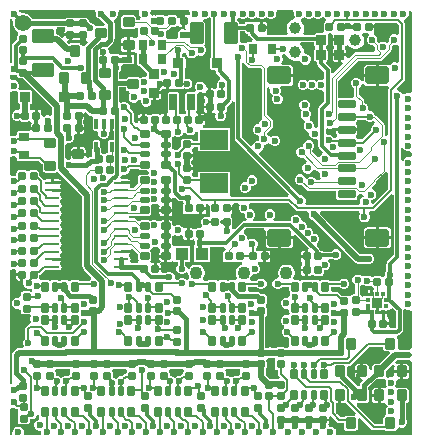
<source format=gbl>
G04*
G04 #@! TF.GenerationSoftware,Altium Limited,Altium Designer,23.4.1 (23)*
G04*
G04 Layer_Physical_Order=4*
G04 Layer_Color=16711680*
%FSLAX25Y25*%
%MOIN*%
G70*
G04*
G04 #@! TF.SameCoordinates,3413D838-3E55-4DA6-953D-CE6F734A320F*
G04*
G04*
G04 #@! TF.FilePolarity,Positive*
G04*
G01*
G75*
%ADD11C,0.00984*%
%ADD12C,0.00787*%
%ADD15C,0.00591*%
%ADD19C,0.01968*%
%ADD20R,0.12992X0.00787*%
%ADD21R,0.06693X0.00787*%
%ADD22R,0.00787X0.12992*%
%ADD23R,0.05512X0.00787*%
%ADD24R,0.25197X0.00787*%
%ADD25R,0.00787X0.38189*%
%ADD26R,0.00787X0.09055*%
%ADD27R,0.00787X0.06299*%
%ADD28R,0.00787X0.24803*%
%ADD29R,0.00787X0.27559*%
%ADD30R,0.00787X0.14567*%
%ADD31R,0.00787X0.01575*%
G04:AMPARAMS|DCode=32|XSize=25.59mil|YSize=31.5mil|CornerRadius=2.56mil|HoleSize=0mil|Usage=FLASHONLY|Rotation=270.000|XOffset=0mil|YOffset=0mil|HoleType=Round|Shape=RoundedRectangle|*
%AMROUNDEDRECTD32*
21,1,0.02559,0.02638,0,0,270.0*
21,1,0.02047,0.03150,0,0,270.0*
1,1,0.00512,-0.01319,-0.01024*
1,1,0.00512,-0.01319,0.01024*
1,1,0.00512,0.01319,0.01024*
1,1,0.00512,0.01319,-0.01024*
%
%ADD32ROUNDEDRECTD32*%
G04:AMPARAMS|DCode=33|XSize=17.72mil|YSize=31.5mil|CornerRadius=1.77mil|HoleSize=0mil|Usage=FLASHONLY|Rotation=270.000|XOffset=0mil|YOffset=0mil|HoleType=Round|Shape=RoundedRectangle|*
%AMROUNDEDRECTD33*
21,1,0.01772,0.02795,0,0,270.0*
21,1,0.01417,0.03150,0,0,270.0*
1,1,0.00354,-0.01398,-0.00709*
1,1,0.00354,-0.01398,0.00709*
1,1,0.00354,0.01398,0.00709*
1,1,0.00354,0.01398,-0.00709*
%
%ADD33ROUNDEDRECTD33*%
G04:AMPARAMS|DCode=39|XSize=27.56mil|YSize=23.62mil|CornerRadius=2.36mil|HoleSize=0mil|Usage=FLASHONLY|Rotation=90.000|XOffset=0mil|YOffset=0mil|HoleType=Round|Shape=RoundedRectangle|*
%AMROUNDEDRECTD39*
21,1,0.02756,0.01890,0,0,90.0*
21,1,0.02284,0.02362,0,0,90.0*
1,1,0.00472,0.00945,0.01142*
1,1,0.00472,0.00945,-0.01142*
1,1,0.00472,-0.00945,-0.01142*
1,1,0.00472,-0.00945,0.01142*
%
%ADD39ROUNDEDRECTD39*%
G04:AMPARAMS|DCode=43|XSize=27.56mil|YSize=23.62mil|CornerRadius=2.36mil|HoleSize=0mil|Usage=FLASHONLY|Rotation=180.000|XOffset=0mil|YOffset=0mil|HoleType=Round|Shape=RoundedRectangle|*
%AMROUNDEDRECTD43*
21,1,0.02756,0.01890,0,0,180.0*
21,1,0.02284,0.02362,0,0,180.0*
1,1,0.00472,-0.01142,0.00945*
1,1,0.00472,0.01142,0.00945*
1,1,0.00472,0.01142,-0.00945*
1,1,0.00472,-0.01142,-0.00945*
%
%ADD43ROUNDEDRECTD43*%
G04:AMPARAMS|DCode=45|XSize=35.43mil|YSize=37.4mil|CornerRadius=3.54mil|HoleSize=0mil|Usage=FLASHONLY|Rotation=270.000|XOffset=0mil|YOffset=0mil|HoleType=Round|Shape=RoundedRectangle|*
%AMROUNDEDRECTD45*
21,1,0.03543,0.03032,0,0,270.0*
21,1,0.02835,0.03740,0,0,270.0*
1,1,0.00709,-0.01516,-0.01417*
1,1,0.00709,-0.01516,0.01417*
1,1,0.00709,0.01516,0.01417*
1,1,0.00709,0.01516,-0.01417*
%
%ADD45ROUNDEDRECTD45*%
G04:AMPARAMS|DCode=49|XSize=27.56mil|YSize=36.22mil|CornerRadius=2.76mil|HoleSize=0mil|Usage=FLASHONLY|Rotation=0.000|XOffset=0mil|YOffset=0mil|HoleType=Round|Shape=RoundedRectangle|*
%AMROUNDEDRECTD49*
21,1,0.02756,0.03071,0,0,0.0*
21,1,0.02205,0.03622,0,0,0.0*
1,1,0.00551,0.01102,-0.01535*
1,1,0.00551,-0.01102,-0.01535*
1,1,0.00551,-0.01102,0.01535*
1,1,0.00551,0.01102,0.01535*
%
%ADD49ROUNDEDRECTD49*%
G04:AMPARAMS|DCode=51|XSize=35.43mil|YSize=37.4mil|CornerRadius=3.54mil|HoleSize=0mil|Usage=FLASHONLY|Rotation=270.000|XOffset=0mil|YOffset=0mil|HoleType=Round|Shape=RoundedRectangle|*
%AMROUNDEDRECTD51*
21,1,0.03543,0.03032,0,0,270.0*
21,1,0.02835,0.03740,0,0,270.0*
1,1,0.00709,-0.01516,-0.01417*
1,1,0.00709,-0.01516,0.01417*
1,1,0.00709,0.01516,0.01417*
1,1,0.00709,0.01516,-0.01417*
%
%ADD51ROUNDEDRECTD51*%
%ADD85C,0.00492*%
%ADD86C,0.01575*%
%ADD87C,0.01181*%
%ADD88C,0.01260*%
%ADD90C,0.02362*%
%ADD91C,0.04331*%
%ADD92C,0.03900*%
%ADD93C,0.05512*%
G04:AMPARAMS|DCode=94|XSize=33.47mil|YSize=33.47mil|CornerRadius=3.35mil|HoleSize=0mil|Usage=FLASHONLY|Rotation=90.000|XOffset=0mil|YOffset=0mil|HoleType=Round|Shape=RoundedRectangle|*
%AMROUNDEDRECTD94*
21,1,0.03347,0.02677,0,0,90.0*
21,1,0.02677,0.03347,0,0,90.0*
1,1,0.00669,0.01339,0.01339*
1,1,0.00669,0.01339,-0.01339*
1,1,0.00669,-0.01339,-0.01339*
1,1,0.00669,-0.01339,0.01339*
%
%ADD94ROUNDEDRECTD94*%
G04:AMPARAMS|DCode=95|XSize=25.59mil|YSize=31.5mil|CornerRadius=2.56mil|HoleSize=0mil|Usage=FLASHONLY|Rotation=0.000|XOffset=0mil|YOffset=0mil|HoleType=Round|Shape=RoundedRectangle|*
%AMROUNDEDRECTD95*
21,1,0.02559,0.02638,0,0,0.0*
21,1,0.02047,0.03150,0,0,0.0*
1,1,0.00512,0.01024,-0.01319*
1,1,0.00512,-0.01024,-0.01319*
1,1,0.00512,-0.01024,0.01319*
1,1,0.00512,0.01024,0.01319*
%
%ADD95ROUNDEDRECTD95*%
G04:AMPARAMS|DCode=96|XSize=17.72mil|YSize=31.5mil|CornerRadius=1.77mil|HoleSize=0mil|Usage=FLASHONLY|Rotation=0.000|XOffset=0mil|YOffset=0mil|HoleType=Round|Shape=RoundedRectangle|*
%AMROUNDEDRECTD96*
21,1,0.01772,0.02795,0,0,0.0*
21,1,0.01417,0.03150,0,0,0.0*
1,1,0.00354,0.00709,-0.01398*
1,1,0.00354,-0.00709,-0.01398*
1,1,0.00354,-0.00709,0.01398*
1,1,0.00354,0.00709,0.01398*
%
%ADD96ROUNDEDRECTD96*%
G04:AMPARAMS|DCode=97|XSize=33.47mil|YSize=33.47mil|CornerRadius=3.35mil|HoleSize=0mil|Usage=FLASHONLY|Rotation=0.000|XOffset=0mil|YOffset=0mil|HoleType=Round|Shape=RoundedRectangle|*
%AMROUNDEDRECTD97*
21,1,0.03347,0.02677,0,0,0.0*
21,1,0.02677,0.03347,0,0,0.0*
1,1,0.00669,0.01339,-0.01339*
1,1,0.00669,-0.01339,-0.01339*
1,1,0.00669,-0.01339,0.01339*
1,1,0.00669,0.01339,0.01339*
%
%ADD97ROUNDEDRECTD97*%
G04:AMPARAMS|DCode=98|XSize=78.74mil|YSize=57.09mil|CornerRadius=5.71mil|HoleSize=0mil|Usage=FLASHONLY|Rotation=180.000|XOffset=0mil|YOffset=0mil|HoleType=Round|Shape=RoundedRectangle|*
%AMROUNDEDRECTD98*
21,1,0.07874,0.04567,0,0,180.0*
21,1,0.06732,0.05709,0,0,180.0*
1,1,0.01142,-0.03366,0.02284*
1,1,0.01142,0.03366,0.02284*
1,1,0.01142,0.03366,-0.02284*
1,1,0.01142,-0.03366,-0.02284*
%
%ADD98ROUNDEDRECTD98*%
G04:AMPARAMS|DCode=99|XSize=59.06mil|YSize=25.59mil|CornerRadius=2.56mil|HoleSize=0mil|Usage=FLASHONLY|Rotation=180.000|XOffset=0mil|YOffset=0mil|HoleType=Round|Shape=RoundedRectangle|*
%AMROUNDEDRECTD99*
21,1,0.05906,0.02047,0,0,180.0*
21,1,0.05394,0.02559,0,0,180.0*
1,1,0.00512,-0.02697,0.01024*
1,1,0.00512,0.02697,0.01024*
1,1,0.00512,0.02697,-0.01024*
1,1,0.00512,-0.02697,-0.01024*
%
%ADD99ROUNDEDRECTD99*%
G04:AMPARAMS|DCode=100|XSize=35.43mil|YSize=37.4mil|CornerRadius=3.54mil|HoleSize=0mil|Usage=FLASHONLY|Rotation=180.000|XOffset=0mil|YOffset=0mil|HoleType=Round|Shape=RoundedRectangle|*
%AMROUNDEDRECTD100*
21,1,0.03543,0.03032,0,0,180.0*
21,1,0.02835,0.03740,0,0,180.0*
1,1,0.00709,-0.01417,0.01516*
1,1,0.00709,0.01417,0.01516*
1,1,0.00709,0.01417,-0.01516*
1,1,0.00709,-0.01417,-0.01516*
%
%ADD100ROUNDEDRECTD100*%
%ADD101R,0.01378X0.01476*%
%ADD102R,0.01968X0.01968*%
G04:AMPARAMS|DCode=103|XSize=12.6mil|YSize=31.5mil|CornerRadius=1.26mil|HoleSize=0mil|Usage=FLASHONLY|Rotation=180.000|XOffset=0mil|YOffset=0mil|HoleType=Round|Shape=RoundedRectangle|*
%AMROUNDEDRECTD103*
21,1,0.01260,0.02898,0,0,180.0*
21,1,0.01008,0.03150,0,0,180.0*
1,1,0.00252,-0.00504,0.01449*
1,1,0.00252,0.00504,0.01449*
1,1,0.00252,0.00504,-0.01449*
1,1,0.00252,-0.00504,-0.01449*
%
%ADD103ROUNDEDRECTD103*%
%ADD104O,0.04961X0.00984*%
G04:AMPARAMS|DCode=105|XSize=70.87mil|YSize=45.28mil|CornerRadius=4.53mil|HoleSize=0mil|Usage=FLASHONLY|Rotation=0.000|XOffset=0mil|YOffset=0mil|HoleType=Round|Shape=RoundedRectangle|*
%AMROUNDEDRECTD105*
21,1,0.07087,0.03622,0,0,0.0*
21,1,0.06181,0.04528,0,0,0.0*
1,1,0.00906,0.03091,-0.01811*
1,1,0.00906,-0.03091,-0.01811*
1,1,0.00906,-0.03091,0.01811*
1,1,0.00906,0.03091,0.01811*
%
%ADD105ROUNDEDRECTD105*%
G04:AMPARAMS|DCode=106|XSize=35.83mil|YSize=33.47mil|CornerRadius=3.35mil|HoleSize=0mil|Usage=FLASHONLY|Rotation=0.000|XOffset=0mil|YOffset=0mil|HoleType=Round|Shape=RoundedRectangle|*
%AMROUNDEDRECTD106*
21,1,0.03583,0.02677,0,0,0.0*
21,1,0.02913,0.03347,0,0,0.0*
1,1,0.00669,0.01457,-0.01339*
1,1,0.00669,-0.01457,-0.01339*
1,1,0.00669,-0.01457,0.01339*
1,1,0.00669,0.01457,0.01339*
%
%ADD106ROUNDEDRECTD106*%
%ADD107R,0.09449X0.06693*%
%ADD108R,0.01476X0.01378*%
G04:AMPARAMS|DCode=109|XSize=27.56mil|YSize=55.12mil|CornerRadius=2.76mil|HoleSize=0mil|Usage=FLASHONLY|Rotation=0.000|XOffset=0mil|YOffset=0mil|HoleType=Round|Shape=RoundedRectangle|*
%AMROUNDEDRECTD109*
21,1,0.02756,0.04961,0,0,0.0*
21,1,0.02205,0.05512,0,0,0.0*
1,1,0.00551,0.01102,-0.02480*
1,1,0.00551,-0.01102,-0.02480*
1,1,0.00551,-0.01102,0.02480*
1,1,0.00551,0.01102,0.02480*
%
%ADD109ROUNDEDRECTD109*%
G04:AMPARAMS|DCode=110|XSize=35.43mil|YSize=37.4mil|CornerRadius=3.54mil|HoleSize=0mil|Usage=FLASHONLY|Rotation=180.000|XOffset=0mil|YOffset=0mil|HoleType=Round|Shape=RoundedRectangle|*
%AMROUNDEDRECTD110*
21,1,0.03543,0.03032,0,0,180.0*
21,1,0.02835,0.03740,0,0,180.0*
1,1,0.00709,-0.01417,0.01516*
1,1,0.00709,0.01417,0.01516*
1,1,0.00709,0.01417,-0.01516*
1,1,0.00709,-0.01417,-0.01516*
%
%ADD110ROUNDEDRECTD110*%
%ADD111R,0.03937X0.04331*%
G04:AMPARAMS|DCode=112|XSize=70.87mil|YSize=45.28mil|CornerRadius=4.53mil|HoleSize=0mil|Usage=FLASHONLY|Rotation=90.000|XOffset=0mil|YOffset=0mil|HoleType=Round|Shape=RoundedRectangle|*
%AMROUNDEDRECTD112*
21,1,0.07087,0.03622,0,0,90.0*
21,1,0.06181,0.04528,0,0,90.0*
1,1,0.00906,0.01811,0.03091*
1,1,0.00906,0.01811,-0.03091*
1,1,0.00906,-0.01811,-0.03091*
1,1,0.00906,-0.01811,0.03091*
%
%ADD112ROUNDEDRECTD112*%
G04:AMPARAMS|DCode=113|XSize=27.56mil|YSize=36.22mil|CornerRadius=2.76mil|HoleSize=0mil|Usage=FLASHONLY|Rotation=90.000|XOffset=0mil|YOffset=0mil|HoleType=Round|Shape=RoundedRectangle|*
%AMROUNDEDRECTD113*
21,1,0.02756,0.03071,0,0,90.0*
21,1,0.02205,0.03622,0,0,90.0*
1,1,0.00551,0.01535,0.01102*
1,1,0.00551,0.01535,-0.01102*
1,1,0.00551,-0.01535,-0.01102*
1,1,0.00551,-0.01535,0.01102*
%
%ADD113ROUNDEDRECTD113*%
G36*
X60057Y140945D02*
X60039Y140904D01*
Y140384D01*
X59721Y140151D01*
X59509Y140051D01*
X59312Y139996D01*
X59141Y140110D01*
X58819Y140174D01*
X58366D01*
Y138189D01*
Y135945D01*
X58697Y135417D01*
X58598Y135213D01*
X58379D01*
X57978Y135379D01*
X57273D01*
X56622Y135110D01*
X56124Y134611D01*
X55854Y133960D01*
Y133255D01*
X55999Y132905D01*
X55582Y132117D01*
X52491D01*
X52317Y132376D01*
X52031Y132568D01*
X51975Y133348D01*
Y134053D01*
X51937Y134144D01*
X51935Y134218D01*
X52246Y134990D01*
X52522Y135174D01*
X53552Y136204D01*
X54882D01*
X55204Y136268D01*
X55464Y136442D01*
X55487Y136451D01*
X56324D01*
X56347Y136442D01*
X56607Y136268D01*
X56929Y136204D01*
X57382D01*
Y138189D01*
Y140174D01*
X56929D01*
X56607Y140110D01*
X56347Y139936D01*
X56324Y139927D01*
X55487D01*
X55464Y139936D01*
X55204Y140110D01*
X54882Y140174D01*
X52992D01*
X52670Y140110D01*
X52410Y139936D01*
X52387Y139927D01*
X51550D01*
X51527Y139936D01*
X51267Y140110D01*
X50945Y140174D01*
X49055D01*
X48733Y140110D01*
X48484Y139944D01*
X48342Y140002D01*
X47638D01*
X47380Y139896D01*
X47159Y139988D01*
X46654Y140428D01*
Y140904D01*
X46637Y140945D01*
X47163Y141732D01*
X59530D01*
X60057Y140945D01*
D02*
G37*
G36*
X94702D02*
X94685Y140904D01*
Y140199D01*
X94955Y139548D01*
X95088Y139415D01*
X94762Y138627D01*
X94732D01*
X93986Y138427D01*
X93317Y138041D01*
X92770Y137495D01*
X92384Y136826D01*
X92184Y136079D01*
Y135307D01*
X92384Y134560D01*
X92593Y134198D01*
X92202Y133411D01*
X85751D01*
X85527Y133955D01*
X85475Y134198D01*
X85628Y134427D01*
X85692Y134749D01*
Y135399D01*
X83904D01*
Y135891D01*
X83412D01*
Y137876D01*
X82959D01*
X82636Y137812D01*
X82377Y137638D01*
X82354Y137629D01*
X81516D01*
X81494Y137638D01*
X81235Y137812D01*
X80912Y137876D01*
X79022D01*
X78699Y137812D01*
X78426Y137629D01*
X78243Y137355D01*
X78192Y137095D01*
X76510D01*
X76436Y137468D01*
X76205Y137813D01*
X75860Y138043D01*
X75614Y138092D01*
Y138877D01*
X76380Y139195D01*
X76499Y139106D01*
X76556Y139049D01*
X77207Y138779D01*
X77912D01*
X78563Y139049D01*
X78619Y139106D01*
X79134Y139493D01*
X79648Y139106D01*
X79705Y139049D01*
X80356Y138779D01*
X81061D01*
X81712Y139049D01*
X81769Y139106D01*
X82284Y139493D01*
X82798Y139106D01*
X82855Y139049D01*
X83506Y138779D01*
X84211D01*
X84862Y139049D01*
X84919Y139106D01*
X85433Y139493D01*
X85948Y139106D01*
X86004Y139049D01*
X86655Y138779D01*
X87360D01*
X88011Y139049D01*
X88510Y139548D01*
X88779Y140199D01*
Y140904D01*
X88762Y140945D01*
X89289Y141732D01*
X94176D01*
X94702Y140945D01*
D02*
G37*
G36*
X43127D02*
X43110Y140904D01*
Y140199D01*
X43380Y139548D01*
X43551Y139377D01*
X43225Y138589D01*
X42036D01*
Y139154D01*
X41963Y139522D01*
X41754Y139835D01*
X41442Y140044D01*
X41073Y140117D01*
X38041D01*
X37673Y140044D01*
X37360Y139835D01*
X37151Y139522D01*
X37078Y139154D01*
Y136319D01*
X37151Y135950D01*
X37360Y135638D01*
X37673Y135429D01*
X38041Y135355D01*
X41073D01*
X41442Y135429D01*
X41754Y135638D01*
X41963Y135950D01*
X42700Y135787D01*
Y133504D01*
X42732Y133347D01*
X42780Y133034D01*
X42200Y132367D01*
X41783Y132355D01*
X41692Y132396D01*
X41442Y132563D01*
X41073Y132637D01*
X40049D01*
Y130256D01*
Y127875D01*
X41073D01*
X41442Y127948D01*
X42208Y127602D01*
X42339Y127291D01*
X42306Y127126D01*
Y124055D01*
X42373Y123717D01*
X42564Y123431D01*
X42851Y123239D01*
X43189Y123172D01*
X43293D01*
X43347Y123091D01*
X45649Y120789D01*
X45597Y119965D01*
X44964Y119540D01*
X44260D01*
X43608Y119270D01*
X43459Y119121D01*
X43266Y119140D01*
X42953Y119349D01*
X42584Y119422D01*
X39553D01*
X39184Y119349D01*
X38872Y119140D01*
X38740Y118942D01*
X36371D01*
Y121059D01*
X36835Y121523D01*
X37105Y122174D01*
Y122879D01*
X37650Y123622D01*
X41339D01*
Y126772D01*
X36614D01*
X36614Y126772D01*
Y126772D01*
X36540Y126874D01*
X36496Y126935D01*
X36222Y127117D01*
X36222Y127117D01*
X35900Y127181D01*
X34010D01*
X33687Y127117D01*
X33568Y127038D01*
X32892Y127463D01*
X32907Y127499D01*
Y128203D01*
X32637Y128855D01*
X33072Y129533D01*
X34448Y130909D01*
X34753Y131364D01*
X34860Y131902D01*
Y137411D01*
X34753Y137949D01*
X34698Y138031D01*
X34692Y138077D01*
X34960Y138898D01*
X35011Y138948D01*
X35256Y139049D01*
X35754Y139548D01*
X36024Y140199D01*
Y140904D01*
X36007Y140945D01*
X36533Y141732D01*
X42601D01*
X43127Y140945D01*
D02*
G37*
G36*
X28560D02*
X28543Y140904D01*
Y140199D01*
X28813Y139548D01*
X29311Y139049D01*
X29963Y138779D01*
X30100D01*
X31715Y137164D01*
X31389Y136377D01*
X28789D01*
X28438Y136307D01*
X28282Y136684D01*
X27783Y137182D01*
X27132Y137452D01*
X26995D01*
X26445Y138001D01*
X26197Y138167D01*
Y138347D01*
X26133Y138669D01*
X25950Y138943D01*
X25677Y139125D01*
X25354Y139189D01*
X23071D01*
X22748Y139125D01*
X22605Y139029D01*
X22146Y138979D01*
X21687Y139029D01*
X21543Y139125D01*
X21220Y139189D01*
X18937D01*
X18614Y139125D01*
X18341Y138943D01*
X18250Y138806D01*
X7384D01*
X7009Y139456D01*
X6385Y140079D01*
X5622Y140520D01*
X4771Y140748D01*
X3890D01*
X3740Y140708D01*
X3727Y140711D01*
X3636Y140945D01*
X4176Y141732D01*
X28034D01*
X28560Y140945D01*
D02*
G37*
G36*
X129607Y136789D02*
Y133967D01*
X128819Y133530D01*
X128502Y133661D01*
X127797D01*
X127146Y133392D01*
X126648Y132893D01*
X126378Y132242D01*
Y131537D01*
X126440Y131387D01*
X125719Y130666D01*
X125405Y130980D01*
X124754Y131250D01*
X124049D01*
X123398Y130980D01*
X123097Y130679D01*
X123085Y130680D01*
X122379Y131387D01*
X122441Y131537D01*
Y132242D01*
X122171Y132893D01*
X121673Y133392D01*
X121305Y133544D01*
X121188Y134389D01*
X121193Y134392D01*
X121376Y134666D01*
X121440Y134988D01*
Y135638D01*
X119652D01*
Y136622D01*
X121440D01*
Y137272D01*
X121600Y137467D01*
X128929D01*
X129607Y136789D01*
D02*
G37*
G36*
X98546Y139106D02*
X98603Y139049D01*
X99254Y138779D01*
X99959D01*
X100610Y139049D01*
X100667Y139106D01*
X101181Y139493D01*
X101696Y139106D01*
X101752Y139049D01*
X102403Y138779D01*
X103108D01*
X103760Y139049D01*
X103816Y139106D01*
X104331Y139493D01*
X104845Y139106D01*
X104902Y139049D01*
X105296Y138886D01*
X105216Y138067D01*
X105132Y138050D01*
X104858Y137868D01*
X104676Y137594D01*
X104612Y137272D01*
Y134988D01*
X104623Y134930D01*
X104230Y134275D01*
X104078Y134142D01*
X102244D01*
X101883Y134071D01*
X101577Y133866D01*
X101373Y133560D01*
X101343Y133411D01*
X98035D01*
X97643Y134198D01*
X97852Y134560D01*
X98052Y135307D01*
Y136079D01*
X97852Y136826D01*
X97466Y137495D01*
X96922Y138039D01*
X96911Y138111D01*
X97046Y138877D01*
X97460Y139049D01*
X97517Y139106D01*
X98032Y139493D01*
X98546Y139106D01*
D02*
G37*
G36*
X78243Y134427D02*
X78426Y134153D01*
X78699Y133970D01*
X79022Y133906D01*
X79374D01*
X79445Y133549D01*
X79706Y133158D01*
X80819Y132044D01*
X80493Y131257D01*
X79803D01*
X79465Y131190D01*
X79179Y130999D01*
X79179Y130998D01*
X78704Y130709D01*
X78183Y130702D01*
X77836Y130846D01*
X77265D01*
X77125Y130852D01*
X76516Y131444D01*
Y134687D01*
X78192D01*
X78243Y134427D01*
D02*
G37*
G36*
X1021Y138006D02*
X1025Y137992D01*
X984Y137842D01*
Y136961D01*
X1212Y136110D01*
X1653Y135347D01*
X2276Y134724D01*
X2479Y134606D01*
X2549Y134386D01*
X2596Y133630D01*
X2544Y133551D01*
X2479Y133228D01*
Y132199D01*
X1019Y130738D01*
X787Y130392D01*
X729Y130383D01*
X0Y130759D01*
Y137556D01*
X787Y138096D01*
X1021Y138006D01*
D02*
G37*
G36*
X129607Y129813D02*
Y124662D01*
X128819Y124198D01*
X128547Y124311D01*
X127842D01*
X127191Y124041D01*
X126693Y123543D01*
X126667Y123481D01*
X126260Y123358D01*
X125807Y123448D01*
X122933D01*
Y119980D01*
X122441D01*
D01*
X122933D01*
Y116513D01*
X125807D01*
X125910Y116533D01*
X126285Y115913D01*
X126310Y115810D01*
X126111Y115513D01*
X126035Y115129D01*
Y100299D01*
X125273Y99780D01*
X125039Y99858D01*
X124826Y100042D01*
Y103364D01*
X124761Y103691D01*
X124576Y103967D01*
X121977Y106566D01*
X121701Y106751D01*
X121560Y106779D01*
X121384Y107204D01*
X120885Y107703D01*
X120234Y107972D01*
X119891D01*
X119353Y108649D01*
X119340Y108700D01*
X119368Y108767D01*
Y109472D01*
X119098Y110123D01*
X118600Y110622D01*
X118089Y110833D01*
Y111469D01*
X118025Y111795D01*
X117840Y112072D01*
X116306Y113605D01*
Y115857D01*
X116456Y115919D01*
X116955Y116418D01*
X117224Y117069D01*
X117872Y117219D01*
X118012Y117197D01*
X118237Y116859D01*
X118622Y116603D01*
X119075Y116513D01*
X121949D01*
Y119488D01*
X117891D01*
Y118223D01*
X117103Y118066D01*
X116955Y118425D01*
X116456Y118923D01*
X115805Y119193D01*
X115100D01*
X114449Y118923D01*
X113951Y118425D01*
X113681Y117774D01*
Y117069D01*
X113951Y116418D01*
X114449Y115919D01*
X114600Y115857D01*
Y113252D01*
X114133Y112578D01*
X114008Y112497D01*
X109508D01*
X109367Y112613D01*
Y118270D01*
X115933Y124836D01*
X123327D01*
X123653Y124901D01*
X123930Y125086D01*
X126924Y128080D01*
X127109Y128357D01*
X127174Y128683D01*
Y129624D01*
X127790Y130121D01*
X127797Y130118D01*
X128502D01*
X128819Y130250D01*
X129607Y129813D01*
D02*
G37*
G36*
X18332Y135874D02*
X18341Y135852D01*
Y135014D01*
X18332Y134992D01*
X18158Y134732D01*
X18094Y134409D01*
Y133957D01*
X20079D01*
Y133465D01*
X20571D01*
Y131677D01*
X21220D01*
X21543Y131741D01*
X21630Y131799D01*
X21837Y131924D01*
X22454D01*
X22662Y131799D01*
X22748Y131741D01*
X23071Y131677D01*
X23720D01*
Y133465D01*
X24705D01*
Y131677D01*
X25354D01*
X25483Y131702D01*
X25927Y131033D01*
X25132Y130238D01*
X24828Y129782D01*
X24821Y129746D01*
X24034Y129744D01*
X23961Y130113D01*
X23752Y130425D01*
X23439Y130634D01*
X23071Y130708D01*
X20236D01*
X19868Y130634D01*
X19555Y130425D01*
X19451Y130415D01*
X18948Y130994D01*
X19246Y131677D01*
X19587D01*
Y132973D01*
X18094D01*
Y132829D01*
X17319Y132490D01*
X16697Y133113D01*
X16176Y133460D01*
X15561Y133583D01*
X15178Y134202D01*
Y135068D01*
X15150Y135209D01*
X15544Y135864D01*
X15695Y135997D01*
X18250D01*
X18332Y135874D01*
D02*
G37*
G36*
X118125Y134383D02*
X118385Y134209D01*
X118707Y134145D01*
X119427D01*
X119621Y133533D01*
X119632Y133358D01*
X119167Y132893D01*
X118898Y132242D01*
Y131537D01*
X119167Y130886D01*
X119666Y130388D01*
X120317Y130118D01*
X121022D01*
X121629Y129609D01*
Y128683D01*
X121629Y128683D01*
X121683Y128413D01*
X121678Y128331D01*
X121249Y127626D01*
X115131D01*
X114804Y127561D01*
X114527Y127376D01*
X112873Y125721D01*
X112085Y126047D01*
Y126378D01*
X110295D01*
Y124588D01*
X110626D01*
X110952Y123801D01*
X107784Y120633D01*
X107057Y120934D01*
Y121776D01*
X107057Y121776D01*
X106965Y122237D01*
X106704Y122627D01*
X106704Y122627D01*
X105441Y123891D01*
X105411Y124034D01*
X105584Y124861D01*
X105588Y124864D01*
X105793Y125171D01*
X105865Y125531D01*
Y128209D01*
X105793Y128570D01*
X105588Y128876D01*
X105510Y128928D01*
X105480Y129023D01*
Y129707D01*
X105510Y129803D01*
X105588Y129855D01*
X105793Y130161D01*
X105865Y130522D01*
Y133199D01*
X105833Y133358D01*
X106172Y133959D01*
X106284Y134077D01*
X107102D01*
X107279Y133890D01*
X107516Y133535D01*
X107558Y133385D01*
X107521Y133199D01*
Y132352D01*
X109803D01*
Y131368D01*
X107521D01*
Y130522D01*
X107593Y130161D01*
X107798Y129855D01*
X107876Y129803D01*
X107906Y129707D01*
Y129023D01*
X107876Y128928D01*
X107798Y128876D01*
X107593Y128570D01*
X107521Y128209D01*
Y127362D01*
X112085D01*
Y128209D01*
X112013Y128570D01*
X111809Y128876D01*
X111731Y128928D01*
X111701Y129023D01*
Y129707D01*
X111731Y129803D01*
X111809Y129855D01*
X111848Y129914D01*
X112634Y129974D01*
X112741Y129941D01*
X112770Y129891D01*
X113317Y129345D01*
X113986Y128959D01*
X114732Y128759D01*
X115505D01*
X116251Y128959D01*
X116920Y129345D01*
X117466Y129891D01*
X117852Y130560D01*
X118052Y131307D01*
Y132079D01*
X117852Y132826D01*
X117466Y133495D01*
X117409Y133552D01*
X117399Y133605D01*
X118056Y134392D01*
X118103D01*
X118125Y134383D01*
D02*
G37*
G36*
X67107Y139030D02*
Y126058D01*
X66990Y125980D01*
X66786Y125674D01*
X66714Y125313D01*
Y122636D01*
X66786Y122275D01*
X66990Y121969D01*
X67296Y121764D01*
X67658Y121692D01*
X68043D01*
X68674Y121326D01*
X68765Y120865D01*
X69027Y120475D01*
X70099Y119403D01*
X69914Y118474D01*
X69800Y118426D01*
X69301Y117928D01*
X69032Y117277D01*
Y116572D01*
X69071Y116476D01*
X69115Y116225D01*
X68505Y115517D01*
X68085D01*
X68063Y115526D01*
X67803Y115700D01*
X67480Y115764D01*
X67028D01*
Y113779D01*
X66535D01*
Y113287D01*
X64748D01*
Y112638D01*
X64812Y112315D01*
X64985Y112055D01*
X64995Y112033D01*
Y111195D01*
X64985Y111173D01*
X64812Y110913D01*
X64748Y110591D01*
Y109941D01*
X66535D01*
Y109449D01*
X67028D01*
Y107464D01*
X67480D01*
X67803Y107528D01*
X67874Y107576D01*
X68510Y107053D01*
X68399Y106786D01*
Y106081D01*
X68669Y105430D01*
X69167Y104932D01*
X69818Y104662D01*
X70523D01*
X71174Y104932D01*
X71672Y105430D01*
X71942Y106081D01*
Y106786D01*
X71942Y106788D01*
X71748Y107498D01*
X72013Y107711D01*
X72196Y107984D01*
X72260Y108307D01*
Y109534D01*
X73958Y111231D01*
X74091Y111431D01*
X74878Y111209D01*
Y98997D01*
X74878Y98997D01*
X74970Y98537D01*
X75231Y98146D01*
X93064Y80313D01*
X92738Y79525D01*
X73768D01*
X73204Y80065D01*
Y87939D01*
X62574D01*
Y86042D01*
X60900D01*
X60848Y86306D01*
X60674Y86566D01*
X60665Y86588D01*
Y87426D01*
X60674Y87449D01*
X60848Y87708D01*
X60912Y88031D01*
Y88484D01*
X58927D01*
Y89468D01*
X60912D01*
Y89921D01*
X60848Y90243D01*
X60665Y90517D01*
X60411Y90687D01*
X60391Y90802D01*
Y91383D01*
X60411Y91498D01*
X60665Y91668D01*
X60848Y91942D01*
X60912Y92264D01*
Y92717D01*
X58927D01*
Y93701D01*
X60912D01*
Y94154D01*
X60848Y94477D01*
X60674Y94736D01*
X60665Y94759D01*
Y95453D01*
X61226Y96143D01*
X62574D01*
Y94632D01*
X73204D01*
Y102506D01*
X64366D01*
X64288Y103293D01*
X64372Y103310D01*
X64646Y103493D01*
X64828Y103766D01*
X64893Y104089D01*
Y104738D01*
X63105D01*
Y105230D01*
X62613D01*
Y107215D01*
X62372D01*
X62089Y107973D01*
X62110Y107987D01*
X62301Y108274D01*
X62369Y108612D01*
Y113572D01*
X62321Y113813D01*
X62552Y114122D01*
X62906Y114423D01*
X63033Y114370D01*
X63738D01*
X63960Y114462D01*
X64264Y114272D01*
X66043D01*
Y115764D01*
X65885D01*
X65584Y115775D01*
X65158Y116481D01*
Y116494D01*
X64888Y117145D01*
X64389Y117644D01*
X63738Y117913D01*
X63033D01*
X62382Y117644D01*
X61884Y117145D01*
X61614Y116494D01*
Y115789D01*
X61865Y115183D01*
X61746Y114901D01*
X61542Y114552D01*
X61453Y114455D01*
X59281D01*
X58943Y114388D01*
X58656Y114197D01*
X58465Y113910D01*
X58398Y113572D01*
Y108612D01*
X58465Y108274D01*
X58656Y107988D01*
Y107215D01*
X58223D01*
X57900Y107151D01*
X57426Y107048D01*
X57033Y107205D01*
X56710Y107269D01*
X56247D01*
Y108051D01*
X56396Y108274D01*
X56463Y108612D01*
Y113572D01*
X56396Y113910D01*
X56204Y114197D01*
X55918Y114388D01*
X55580Y114455D01*
X53375D01*
X53037Y114388D01*
X52751Y114197D01*
X52560Y113910D01*
X52492Y113572D01*
Y108612D01*
X52560Y108274D01*
X52705Y108057D01*
X52625Y107723D01*
X52408Y107269D01*
X52320D01*
Y105285D01*
X51336D01*
Y107269D01*
X50883D01*
X50561Y107205D01*
X49966Y106932D01*
X49693Y107115D01*
X49693Y107115D01*
X49370Y107179D01*
X47481D01*
X47158Y107115D01*
X46898Y106941D01*
X46876Y106932D01*
X46038D01*
X46016Y106941D01*
X45756Y107115D01*
X45433Y107179D01*
X44981D01*
Y105194D01*
X44488D01*
Y104702D01*
X42701D01*
Y104322D01*
X42586Y104125D01*
X41860Y103980D01*
X41261Y104511D01*
Y107195D01*
X41184Y107579D01*
X40967Y107905D01*
X39874Y108997D01*
X39874Y108997D01*
Y109702D01*
X39605Y110353D01*
X39106Y110851D01*
X38455Y111121D01*
X37750D01*
X37099Y110851D01*
X36371Y111237D01*
Y116132D01*
X38590D01*
Y115624D01*
X38663Y115255D01*
X38872Y114943D01*
X39184Y114734D01*
X39553Y114661D01*
X39647D01*
X39973Y113873D01*
X39791Y113691D01*
X39521Y113040D01*
Y112335D01*
X39791Y111684D01*
X40289Y111185D01*
X40941Y110916D01*
X41645D01*
X42296Y111185D01*
X42795Y111684D01*
X42873Y111872D01*
X43601Y111675D01*
Y110970D01*
X43870Y110319D01*
X44369Y109820D01*
X45020Y109551D01*
X45725D01*
X46376Y109820D01*
X46874Y110319D01*
X47144Y110970D01*
Y111675D01*
X47289Y111891D01*
X47539D01*
Y114173D01*
X48031D01*
Y114665D01*
X50313D01*
Y115036D01*
X51095Y115402D01*
X51417Y115338D01*
X51870D01*
Y117323D01*
X52854D01*
Y115338D01*
X53307D01*
X53630Y115402D01*
X53890Y115576D01*
X53912Y115585D01*
X54750D01*
X54772Y115576D01*
X55032Y115402D01*
X55354Y115338D01*
X57244D01*
X57567Y115402D01*
X57840Y115585D01*
X57860Y115615D01*
X57982Y115627D01*
X58634Y115357D01*
X59338D01*
X59989Y115627D01*
X60488Y116125D01*
X60757Y116776D01*
Y117481D01*
X60488Y118132D01*
X59989Y118631D01*
X59338Y118900D01*
X58634D01*
X58231Y119169D01*
Y121959D01*
X58246Y121969D01*
X58450Y122275D01*
X58522Y122636D01*
Y125313D01*
X58450Y125674D01*
X58246Y125980D01*
X57940Y126184D01*
X57579Y126256D01*
X57315D01*
Y127071D01*
X57600Y127357D01*
X58486Y127462D01*
X58765Y127256D01*
Y127050D01*
X59035Y126399D01*
X59533Y125900D01*
X60184Y125631D01*
X60889D01*
X61540Y125900D01*
X62038Y126399D01*
X62985Y126627D01*
X63151Y126559D01*
X63856D01*
X64507Y126829D01*
X65005Y127327D01*
X65275Y127978D01*
Y128683D01*
X65005Y129334D01*
X64788Y130127D01*
X65018Y130472D01*
X65099Y130879D01*
Y137061D01*
X65018Y137468D01*
X64788Y137813D01*
X64443Y138043D01*
X64428Y138067D01*
X64707Y138779D01*
X65313D01*
X65964Y139049D01*
X66021Y139106D01*
X66488Y139457D01*
X67107Y139030D01*
D02*
G37*
G36*
X101301Y130522D02*
X101373Y130161D01*
X101577Y129855D01*
X101655Y129803D01*
X101685Y129707D01*
Y129023D01*
X101655Y128928D01*
X101577Y128876D01*
X101373Y128570D01*
X101301Y128209D01*
Y125531D01*
X101373Y125171D01*
X101577Y124864D01*
X101883Y124660D01*
X102307Y124117D01*
X102399Y123656D01*
X102660Y123266D01*
X104648Y121277D01*
Y119172D01*
X103941Y118613D01*
X103236D01*
X102585Y118343D01*
X102135Y117892D01*
X101684Y118343D01*
X101033Y118613D01*
X100328D01*
X99677Y118343D01*
X99209Y117876D01*
X98742Y118343D01*
X98091Y118613D01*
X97386D01*
X96735Y118343D01*
X96236Y117845D01*
X95967Y117193D01*
Y116489D01*
X96236Y115838D01*
X96735Y115339D01*
X97386Y115069D01*
X98091D01*
X98742Y115339D01*
X99209Y115806D01*
X99677Y115339D01*
X100328Y115069D01*
X101033D01*
X101684Y115339D01*
X102135Y115790D01*
X102585Y115339D01*
X103236Y115069D01*
X103941D01*
X104648Y114510D01*
Y111344D01*
X103109Y109805D01*
X102848Y109415D01*
X102757Y108954D01*
X102757Y108954D01*
Y102849D01*
X101983Y102332D01*
X101378Y102797D01*
Y103502D01*
X101108Y104153D01*
X100610Y104651D01*
X100065Y104877D01*
X99897Y105333D01*
X99841Y105709D01*
X100106Y105973D01*
X100375Y106625D01*
Y107329D01*
X100106Y107981D01*
X99607Y108479D01*
X99530Y108867D01*
X99702Y109038D01*
X99972Y109689D01*
Y110394D01*
X99702Y111045D01*
X99203Y111544D01*
X98552Y111813D01*
X97847D01*
X97196Y111544D01*
X96698Y111045D01*
X96428Y110394D01*
Y109689D01*
X96698Y109038D01*
X97196Y108540D01*
X97273Y108152D01*
X97102Y107981D01*
X96832Y107329D01*
Y106625D01*
X97102Y105973D01*
X97600Y105475D01*
X98145Y105249D01*
X98313Y104793D01*
X98369Y104418D01*
X98104Y104153D01*
X97835Y103502D01*
Y102797D01*
X98104Y102146D01*
X98603Y101648D01*
X99107Y101439D01*
X99754Y100942D01*
Y100237D01*
X100024Y99586D01*
X100522Y99088D01*
X101173Y98818D01*
X101878D01*
X101969Y98856D01*
X102757Y98330D01*
Y96485D01*
X102757Y96485D01*
X102848Y96024D01*
X103109Y95633D01*
X104219Y94524D01*
X104114Y93628D01*
X103616Y93129D01*
X103544Y92956D01*
X102619Y92768D01*
X100750Y94637D01*
Y95263D01*
X101091Y95603D01*
X101360Y96254D01*
Y96959D01*
X101091Y97610D01*
X100592Y98109D01*
X99941Y98378D01*
X99236D01*
X98585Y98109D01*
X98087Y97610D01*
X97817Y96959D01*
Y96851D01*
X97580Y96212D01*
X97089Y96124D01*
X96842D01*
X96191Y95854D01*
X95693Y95356D01*
X95423Y94705D01*
Y94000D01*
X95693Y93349D01*
X96191Y92850D01*
X96842Y92581D01*
X97547D01*
X97668Y92631D01*
X98823Y91475D01*
X98561Y90624D01*
X98209Y90478D01*
X97711Y89980D01*
X97441Y89329D01*
Y88624D01*
X97711Y87973D01*
X98209Y87475D01*
X98860Y87205D01*
X99565D01*
X100216Y87475D01*
X100715Y87973D01*
X100860Y88325D01*
X101712Y88587D01*
X101761Y88537D01*
X102038Y88352D01*
X102365Y88287D01*
X102609D01*
X103165Y87573D01*
Y86869D01*
X103435Y86217D01*
X103713Y85940D01*
X103400Y85153D01*
X102008D01*
X101945Y85303D01*
X101447Y85802D01*
X100796Y86071D01*
X100091D01*
X99440Y85802D01*
X99244Y85605D01*
X98990Y85614D01*
X98373Y85832D01*
X98186Y86282D01*
X97688Y86781D01*
X97037Y87050D01*
X96332D01*
X95681Y86781D01*
X95183Y86282D01*
X94913Y85631D01*
Y84926D01*
X95183Y84275D01*
X95681Y83777D01*
X96332Y83507D01*
X97037D01*
X97188Y83569D01*
X99047Y81710D01*
X99324Y81525D01*
X99650Y81460D01*
X108529D01*
X108645Y81319D01*
Y79272D01*
X108711Y78941D01*
X108898Y78661D01*
X109178Y78474D01*
X109508Y78409D01*
X114902D01*
X115232Y78474D01*
X115512Y78661D01*
X115699Y78941D01*
X115765Y79272D01*
Y79822D01*
X116244Y80529D01*
X117268D01*
X117830Y79751D01*
X117831Y79741D01*
X117771Y79567D01*
X117500Y79455D01*
X117002Y78956D01*
X116732Y78305D01*
Y77600D01*
X116782Y77480D01*
X116256Y76692D01*
X98845D01*
X98676Y76875D01*
X98396Y77480D01*
X98578Y77921D01*
Y78626D01*
X98309Y79277D01*
X97810Y79775D01*
X97159Y80045D01*
X96738D01*
X83025Y93758D01*
X83054Y94044D01*
X83279Y94618D01*
X83755Y94815D01*
X84253Y95314D01*
X84523Y95965D01*
Y96670D01*
X85011Y96857D01*
X85028D01*
X85680Y97127D01*
X85851Y97298D01*
X86759Y97157D01*
X86768Y97150D01*
X87260Y96658D01*
X87339Y96625D01*
X87911Y96388D01*
X88616D01*
X89267Y96658D01*
X89765Y97157D01*
X90035Y97808D01*
Y98512D01*
X89765Y99164D01*
X89267Y99662D01*
X88616Y99932D01*
X87911D01*
X87260Y99662D01*
X87089Y99491D01*
X86180Y99632D01*
X86171Y99639D01*
X86171Y99639D01*
X85694Y100229D01*
X85800Y100920D01*
X87380Y102501D01*
X87565Y102778D01*
X87630Y103104D01*
Y104694D01*
X87565Y105020D01*
X87380Y105297D01*
X85529Y107149D01*
Y115753D01*
X86192Y116245D01*
X86396Y116173D01*
X86794Y115284D01*
X86784Y115258D01*
Y114554D01*
X87053Y113902D01*
X87552Y113404D01*
X87576Y113394D01*
X87638Y113083D01*
X87368Y112432D01*
Y111727D01*
X87638Y111076D01*
X88136Y110578D01*
X88788Y110308D01*
X89492D01*
X90144Y110578D01*
X90642Y111076D01*
X90912Y111727D01*
Y112432D01*
X90642Y113083D01*
X90144Y113582D01*
X90119Y113592D01*
X90057Y113902D01*
X90327Y114554D01*
Y115258D01*
X90134Y115725D01*
X90390Y116302D01*
X90568Y116513D01*
X93130D01*
X93583Y116603D01*
X93967Y116859D01*
X94224Y117244D01*
X94314Y117697D01*
Y119488D01*
X89764D01*
Y120472D01*
X94314D01*
Y122264D01*
X94224Y122717D01*
X93967Y123101D01*
X93583Y123358D01*
X93130Y123448D01*
X90619D01*
X90327Y124235D01*
X90619Y124527D01*
X90889Y125178D01*
Y125883D01*
X90749Y126221D01*
X91147Y126957D01*
X91211Y127008D01*
X91395D01*
X91443Y127028D01*
X92378Y126581D01*
X92384Y126560D01*
X92770Y125891D01*
X93317Y125345D01*
X93986Y124959D01*
X94732Y124759D01*
X95504D01*
X95957Y124880D01*
X96301Y124920D01*
X96927Y124440D01*
X96978Y124316D01*
X97477Y123818D01*
X98128Y123548D01*
X98833D01*
X99484Y123818D01*
X99982Y124316D01*
X100252Y124967D01*
Y125672D01*
X99982Y126323D01*
X99484Y126822D01*
X98833Y127091D01*
X98810D01*
X98107Y127291D01*
X98052Y127819D01*
Y128079D01*
X97852Y128826D01*
X97466Y129495D01*
X96920Y130041D01*
X96619Y130215D01*
X96830Y131002D01*
X101301D01*
Y130522D01*
D02*
G37*
G36*
X2003Y120208D02*
X2464Y120116D01*
X2477Y119859D01*
X2479Y119812D01*
X2544Y119489D01*
X2726Y119216D01*
X3000Y119033D01*
X3322Y118969D01*
X4178D01*
X13995Y109152D01*
Y107140D01*
X13208Y106620D01*
X13032Y106693D01*
X12327D01*
X11676Y106423D01*
X11345Y106092D01*
X10571Y106324D01*
X10557Y106333D01*
Y107734D01*
X10493Y108057D01*
X10311Y108330D01*
X10037Y108513D01*
X9714Y108577D01*
X9262D01*
Y106592D01*
X8277D01*
Y108577D01*
X7825D01*
X7502Y108513D01*
X7328Y108397D01*
X6910Y108510D01*
X6540Y108718D01*
Y110501D01*
X6855Y110563D01*
X7161Y110768D01*
X7365Y111074D01*
X7437Y111435D01*
Y114112D01*
X7365Y114473D01*
X7161Y114779D01*
X6855Y114984D01*
X6494Y115055D01*
X3581D01*
X3246Y114989D01*
X3153Y115052D01*
X2781Y115432D01*
X2706Y115588D01*
X2953Y116183D01*
Y116888D01*
X2683Y117539D01*
X2185Y118037D01*
X1534Y118307D01*
X829D01*
X787Y118290D01*
X0Y118816D01*
Y119767D01*
X787Y120293D01*
X829Y120276D01*
X1534D01*
X1760Y120370D01*
X2003Y120208D01*
D02*
G37*
G36*
X2297Y114913D02*
X2671Y114514D01*
X2707Y114462D01*
X2637Y114112D01*
Y111435D01*
X2709Y111074D01*
X2913Y110768D01*
X3220Y110563D01*
X3329Y110542D01*
Y109010D01*
X2813Y108371D01*
X2108D01*
X1457Y108102D01*
X959Y107603D01*
X787Y107190D01*
X0Y107346D01*
Y114255D01*
X787Y114781D01*
X829Y114764D01*
X1534D01*
X2118Y115006D01*
X2297Y114913D01*
D02*
G37*
G36*
X133858Y141026D02*
Y114485D01*
X133071Y113959D01*
X133030Y113976D01*
X132325D01*
X131674Y113707D01*
X131605Y113638D01*
X130704Y113851D01*
X130607Y114084D01*
X130109Y114583D01*
X129458Y114853D01*
X129295D01*
X128969Y115640D01*
X131320Y117991D01*
X131537Y118317D01*
X131614Y118701D01*
Y137205D01*
X131537Y137589D01*
X131320Y137914D01*
X131242Y137992D01*
X131364Y138445D01*
X131535Y138813D01*
X132106Y139049D01*
X132604Y139548D01*
X132874Y140199D01*
Y140502D01*
X133549Y141090D01*
X133601Y141104D01*
X133858Y141026D01*
D02*
G37*
G36*
X118380Y105197D02*
X118878Y104699D01*
X119529Y104429D01*
X120234D01*
X120885Y104699D01*
X121009Y104823D01*
X121662Y104362D01*
X121665Y104318D01*
X121426Y103591D01*
X121044Y103432D01*
X120545Y102934D01*
X120276Y102283D01*
Y101578D01*
X120276Y101578D01*
X117319Y98622D01*
X115765D01*
Y98642D01*
X115699Y98972D01*
X115512Y99252D01*
X115363Y99351D01*
X115293Y99767D01*
Y99800D01*
X115363Y100216D01*
X115512Y100315D01*
X115699Y100595D01*
X115765Y100925D01*
Y101457D01*
X112205D01*
X108645D01*
Y100925D01*
X108711Y100595D01*
X108898Y100315D01*
X109046Y100216D01*
X109117Y99800D01*
Y99775D01*
X108789Y99116D01*
X107852D01*
X107727Y99417D01*
X107228Y99916D01*
X106577Y100185D01*
X105872D01*
X105165Y100745D01*
Y102024D01*
X105384Y102204D01*
X105953Y102454D01*
X106426Y102258D01*
X107131D01*
X107782Y102528D01*
X107857Y102604D01*
X108251Y102441D01*
X112205D01*
X115765D01*
Y102972D01*
X115699Y103303D01*
X115512Y103583D01*
X115363Y103682D01*
X115293Y104098D01*
Y104130D01*
X115363Y104546D01*
X115512Y104646D01*
X115699Y104926D01*
X115761Y105237D01*
X118364D01*
X118380Y105197D01*
D02*
G37*
G36*
X26142Y106963D02*
X26663Y106615D01*
X27278Y106492D01*
X27278Y106492D01*
X27463D01*
X27695Y105830D01*
X27718Y105705D01*
X27573Y105488D01*
X27518Y105208D01*
Y102311D01*
X27573Y102031D01*
X27732Y101794D01*
X27969Y101636D01*
X28248Y101580D01*
X28887D01*
X29423Y101019D01*
X29482Y100822D01*
Y100253D01*
X29751Y99602D01*
X30250Y99103D01*
X30901Y98834D01*
X31606D01*
X32257Y99103D01*
X32755Y99602D01*
X33025Y100253D01*
Y100845D01*
X33127Y101064D01*
X33378Y101328D01*
Y103760D01*
X34363D01*
Y101580D01*
X34374D01*
X34493Y101482D01*
Y98557D01*
X34374Y98459D01*
X33367D01*
X33087Y98403D01*
X32850Y98245D01*
X32692Y98008D01*
X32636Y97728D01*
Y94831D01*
X32554Y94409D01*
X32248Y94092D01*
X32125Y93981D01*
X31907Y93835D01*
X31885Y93825D01*
X31047D01*
X31024Y93835D01*
X30764Y94008D01*
X30442Y94072D01*
X30255D01*
Y95492D01*
X30148Y96030D01*
X29987Y96270D01*
Y97728D01*
X29931Y98008D01*
X29773Y98245D01*
X29536Y98403D01*
X29256Y98459D01*
X28248D01*
X27969Y98403D01*
X27732Y98245D01*
X27573Y98008D01*
X27518Y97728D01*
Y95859D01*
X27445Y95492D01*
Y92902D01*
X26832D01*
X26294Y92795D01*
X26003Y92600D01*
X25468Y92782D01*
X25215Y92981D01*
Y93178D01*
X22736D01*
X20257D01*
Y92564D01*
X20140Y92185D01*
X19537Y91837D01*
X19327D01*
X19224Y91794D01*
X18436Y92320D01*
Y96837D01*
X19136Y97400D01*
X19841D01*
X20492Y97669D01*
X20990Y98168D01*
X21260Y98819D01*
Y99524D01*
X21153Y99782D01*
X21309Y100031D01*
X21747Y100406D01*
X21890Y100378D01*
X22343D01*
Y102362D01*
X22835D01*
Y102854D01*
X24622D01*
Y103504D01*
X24558Y103826D01*
X24444Y103998D01*
X24376Y104132D01*
Y104822D01*
X24444Y104956D01*
X24558Y105128D01*
X24622Y105451D01*
Y106100D01*
X22835D01*
Y107085D01*
X24622D01*
Y107369D01*
X25410Y107695D01*
X26142Y106963D01*
D02*
G37*
G36*
X62574Y101056D02*
Y98150D01*
X60900D01*
X60848Y98414D01*
X60665Y98687D01*
X60391Y98870D01*
X60069Y98934D01*
X57785D01*
X57463Y98870D01*
X57189Y98687D01*
X57007Y98414D01*
X56942Y98091D01*
Y96374D01*
X56939Y96359D01*
Y96314D01*
X55860Y95235D01*
X55524D01*
X55026Y95029D01*
X54172Y95293D01*
X54026Y95744D01*
X54035Y95761D01*
X54090Y95842D01*
X54149Y96142D01*
Y97559D01*
X54090Y97859D01*
X53900Y98652D01*
X54055Y98897D01*
X54085Y98941D01*
X54151Y99272D01*
Y99552D01*
X54938Y99878D01*
X55056Y99761D01*
X55707Y99491D01*
X56412D01*
X57063Y99761D01*
X57561Y100259D01*
X57758Y100734D01*
X58404Y100835D01*
X58578Y100812D01*
X58597Y100765D01*
X59096Y100267D01*
X59747Y99997D01*
X60452D01*
X61103Y100267D01*
X61601Y100765D01*
X61787Y101213D01*
X62574Y101056D01*
D02*
G37*
G36*
X959Y105596D02*
X1457Y105098D01*
X2108Y104828D01*
X2813D01*
X3202Y104989D01*
X3292Y104855D01*
X3565Y104672D01*
X3888Y104608D01*
X5777D01*
X6100Y104672D01*
X6212Y104747D01*
X6863Y104601D01*
X7061Y104504D01*
X7196Y104067D01*
X7160Y103998D01*
X7046Y103826D01*
X6982Y103504D01*
Y102854D01*
X8770D01*
Y101870D01*
X6624D01*
X6260Y101592D01*
X3189D01*
X2851Y101525D01*
X2565Y101333D01*
X2373Y101047D01*
X2306Y100709D01*
Y100335D01*
X1534Y99803D01*
X829D01*
X787Y99786D01*
X0Y100312D01*
Y105853D01*
X787Y106010D01*
X959Y105596D01*
D02*
G37*
G36*
X78186Y123941D02*
X79411Y122716D01*
X79688Y122531D01*
X80014Y122467D01*
X83414D01*
X83823Y122057D01*
Y106795D01*
X83888Y106469D01*
X83993Y106311D01*
X83937Y105701D01*
X83854Y105401D01*
X83356Y104903D01*
X83086Y104251D01*
Y103642D01*
X82423D01*
X81772Y103372D01*
X81274Y102874D01*
X81004Y102223D01*
Y101518D01*
X81274Y100866D01*
X81772Y100368D01*
X82423Y100098D01*
X82580D01*
X82635Y100055D01*
X83041Y99311D01*
X82904Y98981D01*
Y98276D01*
X82779Y98089D01*
X82399D01*
X81748Y97819D01*
X81249Y97321D01*
X81052Y96845D01*
X80478Y96619D01*
X80192Y96591D01*
X77287Y99496D01*
Y123978D01*
X77629Y124093D01*
X78074Y124109D01*
X78186Y123941D01*
D02*
G37*
G36*
X131175Y95453D02*
X131674Y94955D01*
X132325Y94685D01*
X133030D01*
X133071Y94702D01*
X133858Y94176D01*
Y93226D01*
X133071Y92699D01*
X133030Y92716D01*
X132325D01*
X131674Y92447D01*
X131175Y91948D01*
X131016Y91563D01*
X130228Y91720D01*
Y95682D01*
X131016Y95838D01*
X131175Y95453D01*
D02*
G37*
G36*
X42953Y88622D02*
X43233Y88435D01*
X43563Y88369D01*
X45741D01*
X46307Y87851D01*
X46348Y87648D01*
X46230Y87068D01*
X45631Y86926D01*
X43563D01*
X43233Y86860D01*
X42953Y86673D01*
X42766Y86393D01*
X42700Y86063D01*
Y84076D01*
X41170Y82546D01*
X40306D01*
X40115Y82738D01*
X39855Y83471D01*
X40048Y83760D01*
X37087D01*
Y84744D01*
X40048D01*
X39855Y85032D01*
X39497Y85272D01*
X39075Y85356D01*
X37156D01*
X36762Y86143D01*
X36810Y86216D01*
X36855Y86442D01*
X37382Y86843D01*
X37689Y86949D01*
X37704Y86943D01*
X38409D01*
X39060Y87213D01*
X39559Y87711D01*
X39828Y88362D01*
Y88641D01*
X40006Y88819D01*
X42821D01*
X42953Y88622D01*
D02*
G37*
G36*
X126035Y87577D02*
Y82179D01*
X120895Y77039D01*
X120228Y77485D01*
X120276Y77600D01*
Y78305D01*
X120548Y78388D01*
X120669D01*
X121320Y78658D01*
X121819Y79156D01*
X122089Y79807D01*
Y80512D01*
X121819Y81163D01*
X121320Y81661D01*
X120819Y81869D01*
X120601Y82400D01*
X120555Y82718D01*
X121899Y84062D01*
X122084Y84339D01*
X122142Y84632D01*
X125182Y87673D01*
X125248Y87770D01*
X126035Y87577D01*
D02*
G37*
G36*
X55863Y78372D02*
X55863Y78372D01*
X56254Y78111D01*
X56714Y78019D01*
X57542D01*
X57785Y77653D01*
X57922Y77280D01*
X57794Y77089D01*
X57730Y76766D01*
Y74483D01*
X57794Y74160D01*
X57977Y73887D01*
X58250Y73704D01*
X58573Y73640D01*
X60463D01*
X60785Y73704D01*
X61045Y73878D01*
X61067Y73887D01*
X61905D01*
X61927Y73878D01*
X62187Y73704D01*
X62510Y73640D01*
X62963D01*
Y75625D01*
X63455D01*
Y76117D01*
X65243D01*
Y76766D01*
X65404Y76998D01*
X65828D01*
X66519Y76277D01*
Y74483D01*
X66584Y74160D01*
X66766Y73887D01*
X66766Y73887D01*
X66789Y73093D01*
X66171Y72707D01*
X65837Y72793D01*
X65678Y72859D01*
X64973D01*
X64322Y72589D01*
X63824Y72091D01*
X63554Y71439D01*
Y70735D01*
X63824Y70084D01*
X63995Y69912D01*
X63669Y69125D01*
X62510D01*
X62187Y69060D01*
X61927Y68887D01*
X61905Y68878D01*
X61067D01*
X61045Y68887D01*
X60785Y69060D01*
X60463Y69125D01*
X60010D01*
Y67140D01*
Y65155D01*
X60463D01*
X60785Y65219D01*
X61045Y65393D01*
X61067Y65402D01*
X61185D01*
X61712Y64615D01*
X61651Y64469D01*
Y63764D01*
X61708Y63627D01*
X61415Y63189D01*
X61415D01*
Y57677D01*
X66533D01*
Y62912D01*
X71475D01*
X71980Y62254D01*
X71967Y62177D01*
X71698Y61571D01*
X71551Y61542D01*
X71278Y61359D01*
X71095Y61085D01*
X71031Y60763D01*
Y58479D01*
X71095Y58157D01*
X71278Y57883D01*
X71551Y57701D01*
X71874Y57636D01*
X73764D01*
X74086Y57701D01*
X74346Y57874D01*
X74368Y57883D01*
X75206D01*
X75229Y57874D01*
X75488Y57701D01*
X75811Y57636D01*
X77295D01*
X77398Y56849D01*
X76850Y56702D01*
X76221Y56339D01*
X75708Y55826D01*
X75345Y55198D01*
X75157Y54497D01*
Y53771D01*
X75345Y53070D01*
X75708Y52442D01*
X75177Y51859D01*
X75024Y51727D01*
X74724Y51787D01*
X73307D01*
X73008Y51727D01*
X72754Y51557D01*
X71964Y51667D01*
X71874Y51727D01*
X71575Y51787D01*
X70157D01*
X69858Y51727D01*
X69064Y51538D01*
X68820Y51693D01*
X68775Y51723D01*
X68445Y51788D01*
X66398D01*
X66067Y51723D01*
X65821Y51558D01*
X64561D01*
X64235Y52345D01*
X64331Y52442D01*
X64694Y53070D01*
X64882Y53771D01*
Y54497D01*
X64694Y55198D01*
X64331Y55826D01*
X63818Y56339D01*
X63190Y56702D01*
X62489Y56890D01*
X61763D01*
X61062Y56702D01*
X60434Y56339D01*
X59921Y55826D01*
X59732Y55499D01*
X58945Y55710D01*
Y55898D01*
X58675Y56549D01*
X58377Y56846D01*
Y57677D01*
X59840D01*
Y63189D01*
X54937D01*
X54722Y63189D01*
X54149Y63707D01*
Y63898D01*
X54090Y64197D01*
X54035Y64279D01*
X53920Y64475D01*
Y65053D01*
X54035Y65249D01*
X54090Y65330D01*
X54149Y65630D01*
Y66410D01*
X54880Y66793D01*
X55531Y66523D01*
X56236D01*
X56887Y66793D01*
X56942Y66848D01*
X57730Y66522D01*
Y65998D01*
X57794Y65676D01*
X57977Y65402D01*
X58250Y65219D01*
X58573Y65155D01*
X59026D01*
Y67140D01*
Y69125D01*
X58573D01*
X58330Y69076D01*
X58250Y69060D01*
X57407Y69293D01*
X57350Y69334D01*
X56887Y69797D01*
X56236Y70067D01*
X55531D01*
X54880Y69797D01*
X54151Y70181D01*
Y70807D01*
X54085Y71137D01*
X53898Y71417D01*
X53618Y71604D01*
X53288Y71670D01*
X52461D01*
Y69784D01*
X51477D01*
Y71670D01*
X50650D01*
X50320Y71604D01*
X50040Y71417D01*
X49184Y71505D01*
X49134Y71555D01*
X48483Y71825D01*
X47778D01*
X47127Y71555D01*
X46973Y71401D01*
X46811Y71417D01*
X46531Y71604D01*
X46201Y71670D01*
X43563D01*
X43233Y71604D01*
X42953Y71417D01*
X42768Y71399D01*
X42107Y72060D01*
X41831Y72245D01*
X41504Y72310D01*
X39747D01*
Y73163D01*
X43315D01*
X43563Y73113D01*
X46201D01*
X46531Y73179D01*
X46811Y73366D01*
X46999Y73646D01*
X47064Y73976D01*
Y76024D01*
X46999Y76354D01*
X46969Y76398D01*
X46925Y76468D01*
X47378Y77130D01*
X47778Y76965D01*
X48483D01*
X49114Y77226D01*
X49173Y77243D01*
X49318Y77232D01*
X49874Y76451D01*
X49853Y76355D01*
X49853Y76354D01*
X49787Y76024D01*
X49787Y76024D01*
X49787Y75626D01*
Y75492D01*
X51969D01*
X54151D01*
Y75626D01*
X54151Y76024D01*
X54151Y76024D01*
X54085Y76354D01*
X54085Y76355D01*
X54049Y76517D01*
X54017Y77132D01*
X54090Y77437D01*
X54149Y77736D01*
Y77953D01*
X51969D01*
Y78937D01*
X54149D01*
Y78972D01*
X54586Y79245D01*
X54920Y79315D01*
X55863Y78372D01*
D02*
G37*
G36*
X76494Y76775D02*
X76224Y76124D01*
Y75419D01*
X76494Y74768D01*
X76992Y74269D01*
X77643Y74000D01*
X78145D01*
X78187Y73937D01*
Y73233D01*
X78456Y72581D01*
X78854Y72184D01*
X78769Y71709D01*
X78613Y71396D01*
X78066D01*
X78066Y71396D01*
X77605Y71304D01*
X77214Y71043D01*
X74854Y68683D01*
X74094Y68877D01*
X73890Y69557D01*
X73968Y69673D01*
X74032Y69996D01*
Y72279D01*
X73968Y72602D01*
X73785Y72875D01*
X73683Y72944D01*
X73622Y73215D01*
Y73548D01*
X73683Y73818D01*
X73785Y73887D01*
X73968Y74160D01*
X74032Y74483D01*
Y75133D01*
X72244D01*
Y76117D01*
X74032D01*
Y76766D01*
X74499Y77436D01*
X74624Y77518D01*
X76124D01*
X76494Y76775D01*
D02*
G37*
G36*
X127820Y80012D02*
Y60057D01*
X125753Y57990D01*
X125492Y57600D01*
X125400Y57139D01*
X125400Y57139D01*
Y54837D01*
X125134Y54571D01*
X124864Y53920D01*
Y53215D01*
X124137Y52919D01*
X123990D01*
X123968Y52928D01*
X123708Y53102D01*
X123386Y53166D01*
X121496D01*
X121174Y53102D01*
X120900Y52919D01*
X120045Y52997D01*
X120039Y53004D01*
X119388Y53273D01*
X118683D01*
X118032Y53004D01*
X117139Y53107D01*
X116926Y53320D01*
X116275Y53589D01*
X115570D01*
X114919Y53320D01*
X114421Y52821D01*
X114151Y52170D01*
Y51465D01*
X114421Y50814D01*
X114919Y50316D01*
X115069Y50253D01*
Y46969D01*
X114251D01*
X113929Y46904D01*
X113655Y46722D01*
X113615Y46661D01*
X113279Y46439D01*
X112685Y46409D01*
X112362Y46473D01*
X110655D01*
X109568Y47560D01*
X109242Y47778D01*
X108858Y47854D01*
X107623D01*
X106906Y48287D01*
Y49495D01*
X109786D01*
X109786Y49494D01*
X110285Y48996D01*
X110936Y48726D01*
X111641D01*
X112292Y48996D01*
X112790Y49494D01*
X113060Y50146D01*
Y50850D01*
X112790Y51502D01*
X112292Y52000D01*
X111641Y52270D01*
X110936D01*
X110285Y52000D01*
X109786Y51502D01*
X109786Y51502D01*
X106676D01*
X106654Y51535D01*
X106374Y51723D01*
X106043Y51788D01*
X103996D01*
X103666Y51723D01*
X103621Y51693D01*
X103376Y51538D01*
X102583Y51727D01*
X102284Y51787D01*
X100866D01*
X100567Y51727D01*
X100546Y51713D01*
X100384Y51780D01*
X99679D01*
X99478Y51697D01*
X99433Y51727D01*
X99134Y51787D01*
X97716D01*
X97417Y51727D01*
X96624Y51538D01*
X96379Y51693D01*
X96334Y51723D01*
X96004Y51788D01*
X94791D01*
X94567Y52107D01*
X94409Y52576D01*
X94694Y53070D01*
X94882Y53771D01*
Y54497D01*
X94694Y55198D01*
X94331Y55826D01*
X93818Y56339D01*
X93190Y56702D01*
X92489Y56890D01*
X91763D01*
X91062Y56702D01*
X90434Y56339D01*
X89921Y55826D01*
X89558Y55198D01*
X89370Y54497D01*
Y53771D01*
X89558Y53070D01*
X89606Y52987D01*
X89132Y52232D01*
X88823D01*
X88172Y51963D01*
X87674Y51464D01*
X87404Y50813D01*
Y50108D01*
X87674Y49457D01*
X88172Y48959D01*
X88823Y48689D01*
X89528D01*
X90179Y48959D01*
X90677Y49457D01*
X90677Y49457D01*
X93094D01*
Y48287D01*
X93159Y47957D01*
X93346Y47677D01*
X93429Y47167D01*
X93159Y46516D01*
Y46300D01*
X92391Y45766D01*
X92380Y45770D01*
X91675D01*
X91024Y45501D01*
X90526Y45002D01*
X90256Y44351D01*
Y43646D01*
X90526Y42995D01*
X91024Y42497D01*
X91675Y42227D01*
X92380D01*
X93094Y41670D01*
Y41201D01*
X93159Y40870D01*
X92730Y40128D01*
X92380Y40043D01*
X91675D01*
X91024Y39774D01*
X90526Y39275D01*
X90256Y38624D01*
Y37919D01*
X90526Y37268D01*
X91024Y36770D01*
X91213Y36692D01*
X91290Y36362D01*
X91288Y35808D01*
X90896Y35416D01*
X90627Y34765D01*
Y34060D01*
X90896Y33409D01*
X91395Y32911D01*
X92046Y32641D01*
X92711D01*
X93094Y32259D01*
Y30177D01*
X93138Y29952D01*
X93045Y29689D01*
X92668Y29165D01*
X91799D01*
X91622Y29283D01*
X91299Y29347D01*
X89016D01*
X88693Y29283D01*
X88516Y29165D01*
X87367D01*
X86967Y29331D01*
X86262D01*
X85861Y29165D01*
X85166D01*
X85066Y29231D01*
Y39603D01*
X85126Y39615D01*
X85399Y39798D01*
X85582Y40071D01*
X85646Y40394D01*
Y42283D01*
X85582Y42606D01*
X85408Y42866D01*
X85399Y42888D01*
Y43726D01*
X85408Y43748D01*
X85582Y44008D01*
X85646Y44331D01*
Y46220D01*
X85582Y46543D01*
X85399Y46817D01*
X85126Y46999D01*
X84803Y47063D01*
X83664D01*
X83277Y47450D01*
X82821Y47755D01*
X82284Y47862D01*
X80065D01*
X79347Y48287D01*
Y49495D01*
X82227D01*
X82227Y49494D01*
X82726Y48996D01*
X83377Y48726D01*
X84082D01*
X84733Y48996D01*
X85231Y49494D01*
X85501Y50146D01*
Y50850D01*
X85231Y51502D01*
X84733Y52000D01*
X84082Y52270D01*
X83377D01*
X82726Y52000D01*
X82227Y51502D01*
X82227Y51502D01*
X80292D01*
X79966Y52289D01*
X80119Y52442D01*
X80481Y53070D01*
X80504Y53153D01*
X81144Y53740D01*
X81849D01*
X82500Y54010D01*
X82998Y54508D01*
X83268Y55159D01*
Y55864D01*
X82998Y56515D01*
X82525Y56988D01*
X82501Y57061D01*
X82519Y57858D01*
X82542Y57874D01*
X82565Y57883D01*
X83403D01*
X83425Y57874D01*
X83685Y57701D01*
X84007Y57636D01*
X84460D01*
Y59621D01*
Y61606D01*
X84007D01*
X83685Y61542D01*
X83425Y61368D01*
X83403Y61359D01*
X82594D01*
X82471Y61416D01*
X82283Y61542D01*
X82136Y61571D01*
X81909Y61676D01*
Y62437D01*
X82297Y62825D01*
X82567Y63476D01*
Y64181D01*
X82297Y64832D01*
X81798Y65331D01*
X81147Y65600D01*
X80443D01*
X79791Y65331D01*
X79664Y65204D01*
X79507Y65245D01*
X78937Y65590D01*
Y66100D01*
X78667Y66752D01*
X78169Y67250D01*
X78007Y67317D01*
X77823Y68246D01*
X78565Y68988D01*
X84642D01*
X84738Y68929D01*
X85227Y68200D01*
X85214Y68130D01*
Y66339D01*
X89764D01*
X94314D01*
Y66552D01*
X95042Y66854D01*
X99502Y62393D01*
X99311Y61932D01*
Y59621D01*
X98819D01*
Y59129D01*
X97031D01*
Y58479D01*
X97095Y58157D01*
X97278Y57883D01*
X97392Y57807D01*
X97459Y57482D01*
Y57257D01*
X97392Y56932D01*
X97278Y56856D01*
X97095Y56582D01*
X97031Y56260D01*
Y55610D01*
X98819D01*
Y55118D01*
X99311D01*
Y53133D01*
X99764D01*
X100086Y53198D01*
X100346Y53371D01*
X100368Y53380D01*
X101207D01*
X101229Y53371D01*
X101488Y53198D01*
X101811Y53133D01*
X103701D01*
X104023Y53198D01*
X104297Y53380D01*
X104480Y53654D01*
X104544Y53976D01*
Y54982D01*
X105223D01*
X105874Y55251D01*
X106372Y55750D01*
X106642Y56401D01*
Y57106D01*
X106372Y57757D01*
X106044Y58085D01*
X106285Y58871D01*
X106286Y58872D01*
X107520D01*
X107658Y58734D01*
X108309Y58465D01*
X109014D01*
X109665Y58734D01*
X110163Y59233D01*
X110433Y59884D01*
Y60589D01*
X110163Y61240D01*
X109665Y61738D01*
X109014Y62008D01*
X108309D01*
X107658Y61738D01*
X107200Y61281D01*
X104349D01*
X104297Y61359D01*
X104023Y61542D01*
X103701Y61606D01*
X103335D01*
X103278Y61894D01*
X103017Y62284D01*
X103017Y62284D01*
X102212Y63089D01*
X102316Y63985D01*
X102815Y64483D01*
X103085Y65135D01*
Y65839D01*
X102815Y66491D01*
X102316Y66989D01*
X101665Y67259D01*
X101061D01*
Y67862D01*
X100792Y68514D01*
X100293Y69012D01*
X99642Y69282D01*
X99021D01*
Y69903D01*
X98751Y70554D01*
X98253Y71052D01*
X97810Y71236D01*
X97602Y71322D01*
X97082Y72045D01*
X96813Y72696D01*
X96314Y73195D01*
X95663Y73465D01*
X94958D01*
X94307Y73195D01*
X93809Y72696D01*
X93539Y72045D01*
Y71505D01*
X93406Y71396D01*
X93406Y71396D01*
X87997D01*
X87841Y71709D01*
X87755Y72184D01*
X88153Y72581D01*
X88423Y73233D01*
Y73937D01*
X88153Y74589D01*
X87655Y75087D01*
X87004Y75357D01*
X86299D01*
X85648Y75087D01*
X85149Y74589D01*
X84880Y73937D01*
Y73233D01*
X85149Y72581D01*
X85547Y72184D01*
X85462Y71709D01*
X85306Y71396D01*
X81304D01*
X81148Y71709D01*
X81062Y72184D01*
X81460Y72581D01*
X81730Y73233D01*
Y73937D01*
X81460Y74589D01*
X80962Y75087D01*
X80311Y75357D01*
X79809D01*
X79767Y75419D01*
Y76124D01*
X79498Y76775D01*
X79868Y77518D01*
X92716D01*
X95255Y74979D01*
X95581Y74762D01*
X95965Y74685D01*
X98955D01*
X99513Y73974D01*
Y73270D01*
X99782Y72619D01*
X100281Y72120D01*
X100681Y71954D01*
X114906Y57729D01*
X114906Y57729D01*
X115427Y57381D01*
X116042Y57259D01*
X118593D01*
X119175Y57018D01*
X119880D01*
X120531Y57288D01*
X121029Y57786D01*
X121299Y58437D01*
Y59142D01*
X121029Y59793D01*
X120531Y60291D01*
X119880Y60561D01*
X119175D01*
X118956Y60470D01*
X116707D01*
X103279Y73898D01*
X103602Y74677D01*
X103614Y74685D01*
X116464D01*
X116790Y73898D01*
X116649Y73756D01*
X116379Y73105D01*
Y72400D01*
X116649Y71749D01*
X117147Y71251D01*
X117798Y70981D01*
X118503D01*
X119154Y71251D01*
X119653Y71749D01*
X119922Y72400D01*
Y73105D01*
X119653Y73756D01*
X119511Y73898D01*
X119837Y74685D01*
X120965D01*
X121349Y74762D01*
X121674Y74979D01*
X127032Y80338D01*
X127820Y80012D01*
D02*
G37*
G36*
X49658Y62544D02*
X49738Y62486D01*
X49803Y62408D01*
X49848Y62181D01*
X49921Y61876D01*
X49889Y61262D01*
X49853Y61099D01*
X49853Y61098D01*
X49787Y60768D01*
X49787Y60768D01*
X49787Y60370D01*
Y60236D01*
X51969D01*
Y59744D01*
X52461D01*
Y57857D01*
X53288D01*
X53618Y57923D01*
X53898Y58110D01*
X53935Y58165D01*
X54722Y57926D01*
Y57677D01*
X55969D01*
Y56846D01*
X55671Y56549D01*
X55401Y55898D01*
Y55193D01*
X55671Y54542D01*
X56169Y54043D01*
X56820Y53774D01*
X57525D01*
X58176Y54043D01*
X58583Y54449D01*
X59017Y54378D01*
X59370Y54208D01*
Y53771D01*
X59558Y53070D01*
X59646Y52918D01*
X59622Y52056D01*
X59560Y51993D01*
X58964Y51675D01*
X58531Y51993D01*
X58391Y52133D01*
X57740Y52403D01*
X57035D01*
X56384Y52133D01*
X56078Y51827D01*
X55312Y51877D01*
X55162Y51940D01*
X54840Y52402D01*
Y53106D01*
X54571Y53757D01*
X54072Y54256D01*
X53421Y54526D01*
X52716D01*
X52065Y54256D01*
X51767Y53958D01*
X50994D01*
X50261Y54312D01*
Y54962D01*
X48473D01*
Y55454D01*
X47981D01*
Y57439D01*
X47528D01*
X47270Y57388D01*
X46949Y57614D01*
X46834Y57721D01*
X46811Y58110D01*
X46999Y58390D01*
X47064Y58720D01*
Y60768D01*
X46999Y61098D01*
X46969Y61142D01*
X46814Y61387D01*
X47003Y62181D01*
X47019Y62262D01*
X47519Y62648D01*
X47850Y62770D01*
X47960Y62725D01*
X48665D01*
X49001Y62864D01*
X49658Y62544D01*
D02*
G37*
G36*
X42700Y60232D02*
Y58720D01*
X42766Y58390D01*
X42830Y58295D01*
X42601Y57661D01*
X42481Y57507D01*
X40553D01*
X40110Y58215D01*
X40106Y58295D01*
X40179Y58662D01*
X40095Y59084D01*
X39855Y59442D01*
X39763Y59504D01*
X39754Y59529D01*
Y60353D01*
X39763Y60378D01*
X39855Y60440D01*
X40048Y60728D01*
X37087D01*
Y61713D01*
X40048D01*
X39932Y61886D01*
X40544Y62388D01*
X42700Y60232D01*
D02*
G37*
G36*
X829Y93110D02*
X1534D01*
X2306Y92578D01*
Y92205D01*
X2373Y91867D01*
X2565Y91580D01*
X2851Y91389D01*
X3189Y91322D01*
X6260D01*
X6598Y91389D01*
X6884Y91580D01*
X6887Y91584D01*
X9452D01*
X10530Y90506D01*
X10855Y90288D01*
X11005Y90258D01*
Y88513D01*
X11078Y88144D01*
X11287Y87832D01*
X11600Y87623D01*
X11969Y87550D01*
X15000D01*
X15369Y87623D01*
X15681Y87832D01*
X15865Y87850D01*
X24133Y79583D01*
Y56373D01*
X24133Y56373D01*
X24255Y55759D01*
X24603Y55238D01*
X26939Y52902D01*
X26820Y52000D01*
X26322Y51502D01*
X26322Y51502D01*
X23212D01*
X23189Y51535D01*
X22909Y51723D01*
X22579Y51788D01*
X20531D01*
X20201Y51723D01*
X20157Y51693D01*
X19912Y51538D01*
X19118Y51727D01*
X18819Y51787D01*
X17402D01*
X17102Y51727D01*
X16848Y51557D01*
X16223Y51557D01*
X15969Y51727D01*
X15669Y51787D01*
X14252D01*
X13952Y51727D01*
X13159Y51538D01*
X12914Y51693D01*
X12870Y51723D01*
X12539Y51788D01*
X10492D01*
X10273Y51745D01*
X10187Y51787D01*
X9921Y52004D01*
X9647Y52325D01*
X9662Y52402D01*
Y53396D01*
X9939Y53451D01*
X10265Y53669D01*
X11681Y55085D01*
X11684Y55082D01*
X12106Y54998D01*
X16083D01*
X16505Y55082D01*
X16863Y55322D01*
X17102Y55680D01*
X17187Y56102D01*
X17102Y56525D01*
X16863Y56883D01*
X16771Y56945D01*
X16761Y56970D01*
Y57794D01*
X16771Y57819D01*
X16863Y57881D01*
X17056Y58169D01*
X14095D01*
Y59154D01*
X17056D01*
X16863Y59442D01*
X16771Y59504D01*
X16762Y59529D01*
Y60353D01*
X16771Y60378D01*
X16863Y60440D01*
X17102Y60798D01*
X17187Y61221D01*
X17102Y61643D01*
X16863Y62001D01*
X16771Y62063D01*
X16761Y62088D01*
Y62912D01*
X16771Y62937D01*
X16863Y62999D01*
X17102Y63357D01*
X17187Y63780D01*
X17102Y64202D01*
X16863Y64560D01*
X16771Y64622D01*
X16762Y64647D01*
Y65471D01*
X16771Y65496D01*
X16863Y65558D01*
X17102Y65916D01*
X17187Y66339D01*
X17102Y66761D01*
X16863Y67119D01*
X16771Y67181D01*
X16761Y67206D01*
Y68030D01*
X16771Y68056D01*
X16863Y68117D01*
X17102Y68475D01*
X17187Y68898D01*
X17102Y69320D01*
X16863Y69678D01*
X16771Y69740D01*
X16762Y69765D01*
Y70590D01*
X16771Y70615D01*
X16863Y70676D01*
X17102Y71034D01*
X17187Y71457D01*
X17102Y71879D01*
X16863Y72237D01*
X16771Y72299D01*
X16761Y72324D01*
Y73148D01*
X16771Y73174D01*
X16863Y73235D01*
X17102Y73593D01*
X17187Y74016D01*
X17102Y74438D01*
X16863Y74796D01*
X16771Y74858D01*
X16762Y74883D01*
Y75708D01*
X16771Y75733D01*
X16863Y75794D01*
X17102Y76152D01*
X17187Y76575D01*
X17102Y76997D01*
X16863Y77355D01*
X16771Y77417D01*
X16761Y77442D01*
Y78267D01*
X16771Y78292D01*
X16863Y78353D01*
X17102Y78711D01*
X17187Y79134D01*
X17102Y79556D01*
X16863Y79914D01*
X16771Y79976D01*
X16762Y80001D01*
Y80826D01*
X16771Y80851D01*
X16863Y80912D01*
X17056Y81201D01*
X14095D01*
Y82185D01*
X17056D01*
X16863Y82473D01*
X16771Y82535D01*
X16761Y82560D01*
Y83385D01*
X16771Y83410D01*
X16863Y83471D01*
X17056Y83760D01*
X14095D01*
Y84252D01*
X13602D01*
Y85356D01*
X12106D01*
X11684Y85272D01*
X11275Y85078D01*
X10767Y85534D01*
X9662Y86639D01*
Y87559D01*
X9598Y87882D01*
X9415Y88155D01*
X9142Y88338D01*
X8819Y88402D01*
X6929D01*
X6607Y88338D01*
X6347Y88164D01*
X6325Y88155D01*
X5486D01*
X5464Y88164D01*
X5204Y88338D01*
X4882Y88402D01*
X2992D01*
X2670Y88338D01*
X2396Y88155D01*
X2213Y87882D01*
X2149Y87559D01*
Y86829D01*
X1534Y86417D01*
X829D01*
X787Y86400D01*
X0Y86926D01*
Y92601D01*
X787Y93127D01*
X829Y93110D01*
D02*
G37*
G36*
Y55315D02*
X1534D01*
X1571Y55298D01*
X2156Y54721D01*
X2149Y54685D01*
Y54036D01*
X3937D01*
Y53543D01*
X4429D01*
Y51091D01*
X4450Y51060D01*
Y50356D01*
X4719Y49704D01*
X5218Y49206D01*
X5869Y48936D01*
X6573D01*
X7089Y49150D01*
X7377Y48789D01*
X7402Y48729D01*
X7452Y48679D01*
X7334Y48253D01*
X6825Y47937D01*
X6641Y47973D01*
X4358D01*
X4035Y47909D01*
X3762Y47727D01*
X3579Y47453D01*
X3515Y47131D01*
Y46332D01*
X2813Y45770D01*
X2108D01*
X1457Y45501D01*
X959Y45002D01*
X787Y44589D01*
X0Y44745D01*
Y54806D01*
X787Y55332D01*
X829Y55315D01*
D02*
G37*
G36*
X117819Y50213D02*
X118032Y50000D01*
X118683Y49730D01*
X119388D01*
X119891Y49939D01*
X120463Y49785D01*
X120778Y49626D01*
X120900Y49443D01*
X121174Y49261D01*
X121337Y49228D01*
X121259Y48441D01*
X120990D01*
Y47112D01*
X120498D01*
Y46620D01*
X119219D01*
Y46374D01*
X118136D01*
Y46350D01*
X117348Y46273D01*
X117314Y46448D01*
X117131Y46722D01*
X116857Y46904D01*
X116776Y46921D01*
Y49677D01*
X117441Y50256D01*
X117819Y50213D01*
D02*
G37*
G36*
X124140Y43815D02*
Y42437D01*
X122959D01*
Y41108D01*
X121974D01*
Y42437D01*
X120793D01*
Y43815D01*
Y45783D01*
X124140D01*
Y43815D01*
D02*
G37*
G36*
X128619Y41234D02*
Y35703D01*
X126940D01*
X126223Y36132D01*
Y36782D01*
X124435D01*
Y37766D01*
X126223D01*
Y38416D01*
X126159Y38739D01*
X125976Y39012D01*
X125894Y39066D01*
X125715Y39779D01*
X125715Y39779D01*
Y40616D01*
X124435D01*
Y41600D01*
X125715D01*
Y41846D01*
X126797D01*
Y42026D01*
X127525Y42327D01*
X128619Y41234D01*
D02*
G37*
G36*
X132325Y41929D02*
X133030D01*
X133071Y41946D01*
X133858Y41420D01*
Y29052D01*
X133071Y28526D01*
X133030Y28543D01*
X132325D01*
X131924Y28377D01*
X129755D01*
X129720Y28395D01*
X129152Y29075D01*
Y32106D01*
X129079Y32475D01*
X129058Y32507D01*
X129078Y32724D01*
X129339Y33304D01*
X129374Y33343D01*
X129592Y33386D01*
X129982Y33647D01*
X130674Y34339D01*
X130674Y34339D01*
X130935Y34729D01*
X131027Y35190D01*
X131027Y35190D01*
Y41732D01*
X131028Y41733D01*
X131452Y42039D01*
X131743Y42170D01*
X132325Y41929D01*
D02*
G37*
G36*
X959Y42995D02*
X1457Y42497D01*
X2108Y42227D01*
X2813D01*
X3515Y41665D01*
Y41304D01*
X3579Y40981D01*
X3762Y40708D01*
X4035Y40525D01*
X4358Y40461D01*
X6641D01*
X6744Y40481D01*
X7152Y39776D01*
X7057Y39681D01*
X6788Y39030D01*
Y38325D01*
X6953Y37926D01*
X6675Y37292D01*
X6500Y37117D01*
X6224Y37062D01*
X5898Y36845D01*
X5196Y36143D01*
X4978Y35817D01*
X4902Y35433D01*
Y32094D01*
X4618Y31811D01*
X4349Y31159D01*
Y30455D01*
X4557Y29952D01*
X4337Y29425D01*
X4143Y29165D01*
X3127D01*
X2513Y29043D01*
X1992Y28694D01*
X1992Y28694D01*
X1128Y27831D01*
X780Y27310D01*
X0Y27423D01*
Y43252D01*
X787Y43409D01*
X959Y42995D01*
D02*
G37*
G36*
X88421Y25176D02*
X88421Y25175D01*
X88411Y25149D01*
X88237Y24890D01*
X88173Y24567D01*
Y22677D01*
X88237Y22355D01*
X88420Y22081D01*
X88693Y21898D01*
X89016Y21834D01*
X89154D01*
Y20583D01*
X89230Y20199D01*
X89448Y19873D01*
X89822Y19499D01*
X89496Y18712D01*
X86999D01*
X86925Y18697D01*
X86734D01*
X85371Y20060D01*
Y20102D01*
X85461Y20321D01*
Y21026D01*
X85295Y21427D01*
Y22130D01*
X85445Y22355D01*
X85510Y22677D01*
Y23392D01*
X85517Y23432D01*
X85510Y23472D01*
Y24567D01*
X85445Y24890D01*
X85847Y25640D01*
X86244Y25795D01*
X86262Y25787D01*
X86967D01*
X87367Y25953D01*
X88185D01*
X88421Y25176D01*
D02*
G37*
G36*
X132325Y25000D02*
X133030D01*
X133071Y25017D01*
X133858Y24491D01*
Y0D01*
X108661D01*
Y1969D01*
X108284D01*
X108195Y2185D01*
X107697Y2683D01*
X107045Y2953D01*
X106526D01*
X106293Y3272D01*
X106193Y3483D01*
X106137Y3680D01*
X106251Y3851D01*
X106315Y4173D01*
Y4626D01*
X104331D01*
Y5610D01*
X106315D01*
Y6044D01*
X106357Y6084D01*
X107046Y6427D01*
X109006Y4468D01*
X109331Y4250D01*
X109715Y4174D01*
X111187D01*
Y2539D01*
X111260Y2171D01*
X111469Y1858D01*
X111782Y1649D01*
X112151Y1576D01*
X114985D01*
X115354Y1649D01*
X115666Y1858D01*
X115875Y2171D01*
X115948Y2539D01*
Y5431D01*
X116283Y5665D01*
X116709Y5784D01*
X120543Y1950D01*
X120868Y1733D01*
X121253Y1656D01*
X124975D01*
X124986Y1649D01*
X125354Y1576D01*
X128189D01*
X128558Y1649D01*
X128870Y1858D01*
X129079Y2171D01*
X129093Y2242D01*
X129095Y2244D01*
X129751Y2645D01*
X129940Y2679D01*
X130159Y2588D01*
X130864D01*
X131515Y2858D01*
X132014Y3356D01*
X132283Y4007D01*
Y4712D01*
X132014Y5363D01*
X131917Y5460D01*
Y10828D01*
X131929D01*
X132298Y10901D01*
X132610Y11110D01*
X132819Y11423D01*
X132893Y11791D01*
Y14823D01*
X132819Y15192D01*
X132610Y15504D01*
X132298Y15713D01*
X131929Y15786D01*
X129095D01*
X128754Y15719D01*
X128671Y15793D01*
X128279Y16362D01*
X128394Y16526D01*
X128469Y16600D01*
X128738Y17251D01*
Y17956D01*
X128661Y18143D01*
X128926Y18581D01*
X129216Y18859D01*
X130020D01*
Y20846D01*
X128131D01*
Y19891D01*
X127967Y19708D01*
X127426Y19331D01*
X127319Y19375D01*
X126614D01*
X126015Y19127D01*
X125847Y19208D01*
X125374Y19629D01*
X125412Y19823D01*
Y21547D01*
X127598Y23733D01*
X128210Y23231D01*
X128204Y23223D01*
X128131Y22854D01*
Y21831D01*
X130020D01*
Y23818D01*
X129095D01*
X128726Y23744D01*
X128718Y23739D01*
X128216Y24351D01*
X129031Y25166D01*
X131924D01*
X132325Y25000D01*
D02*
G37*
G36*
X124391Y29075D02*
X124464Y28706D01*
X124673Y28394D01*
X124986Y28185D01*
X125354Y28111D01*
X126322D01*
X126648Y27324D01*
X123142Y23818D01*
X121614D01*
X121246Y23744D01*
X120933Y23536D01*
X120724Y23223D01*
X120651Y22854D01*
Y21787D01*
X120476Y21670D01*
X119689Y22091D01*
Y22854D01*
X119615Y23223D01*
X119406Y23536D01*
X119094Y23744D01*
X118725Y23818D01*
X117800D01*
Y21339D01*
X117308D01*
Y20846D01*
X114927D01*
Y19823D01*
X115001Y19454D01*
X115209Y19142D01*
X115522Y18933D01*
X115891Y18859D01*
X117215D01*
X117516Y18132D01*
X117082Y17698D01*
X116777Y17242D01*
X116670Y16704D01*
Y16669D01*
X116500Y16546D01*
X115883Y16372D01*
X112217Y20038D01*
Y20354D01*
X112208Y20397D01*
Y22854D01*
X112499Y23209D01*
X112966D01*
X113350Y23286D01*
X113675Y23503D01*
X119759Y29587D01*
X124391D01*
Y29075D01*
D02*
G37*
G36*
X57910Y21436D02*
X57910Y21435D01*
X57899Y21409D01*
X57726Y21149D01*
X57661Y20827D01*
Y20358D01*
X57351Y20296D01*
X57025Y20079D01*
X56691Y19745D01*
X56691Y19745D01*
X55986D01*
X55335Y19475D01*
X54877Y19017D01*
X54419Y19475D01*
X53768Y19745D01*
X53166D01*
Y20827D01*
X53102Y21149D01*
X52928Y21409D01*
X52917Y21435D01*
X52917Y21436D01*
X53153Y22213D01*
X57674D01*
X57910Y21436D01*
D02*
G37*
G36*
X76807D02*
X76807Y21435D01*
X76797Y21409D01*
X76623Y21149D01*
X76559Y20827D01*
Y20191D01*
X76311Y20142D01*
X75985Y19924D01*
X75742Y19681D01*
X75589Y19745D01*
X74884D01*
X74233Y19475D01*
X73287Y19563D01*
X72636Y19833D01*
X72063D01*
Y20827D01*
X71999Y21149D01*
X71826Y21409D01*
X71815Y21435D01*
X71815Y21436D01*
X72051Y22213D01*
X76572D01*
X76807Y21436D01*
D02*
G37*
G36*
X20114Y21437D02*
X20105Y21412D01*
X20104Y21409D01*
X19930Y21149D01*
X19866Y20827D01*
Y20191D01*
X19618Y20142D01*
X19292Y19924D01*
X19049Y19681D01*
X18896Y19745D01*
X18191D01*
X17540Y19475D01*
X17111Y19046D01*
X16682Y19475D01*
X16031Y19745D01*
X15371D01*
Y20827D01*
X15306Y21149D01*
X15133Y21409D01*
X15132Y21412D01*
X15123Y21437D01*
X15358Y22213D01*
X19879D01*
X20114Y21437D01*
D02*
G37*
G36*
X39012Y21436D02*
X39012Y21435D01*
X39001Y21409D01*
X38828Y21149D01*
X38764Y20827D01*
Y20623D01*
X38651D01*
X38267Y20546D01*
X37941Y20329D01*
X37298Y19686D01*
X36656D01*
X36004Y19416D01*
X35506Y18918D01*
X34758Y19171D01*
X34465Y19292D01*
X34417Y19365D01*
X34268Y19513D01*
Y20827D01*
X34204Y21149D01*
X34031Y21409D01*
X34020Y21435D01*
X34020Y21436D01*
X34256Y22213D01*
X38776D01*
X39012Y21436D01*
D02*
G37*
G36*
X124996Y18738D02*
X125357Y18346D01*
X125195Y17956D01*
Y17251D01*
X125465Y16600D01*
X125539Y16526D01*
X125566Y16487D01*
X125494Y16272D01*
X124818Y15713D01*
X124449Y15786D01*
X123524D01*
Y13307D01*
Y10828D01*
X124449D01*
X124864Y10858D01*
X125414Y10353D01*
X125465Y10232D01*
X125539Y10158D01*
X125900Y9643D01*
X125539Y9129D01*
X125465Y9055D01*
X125195Y8403D01*
Y7699D01*
X125352Y7321D01*
X125352Y7228D01*
X125047Y6536D01*
X124999Y6477D01*
X124957Y6442D01*
X124673Y6252D01*
X124464Y5940D01*
X124391Y5571D01*
Y3663D01*
X121668D01*
X115661Y9670D01*
X115705Y10735D01*
X115827Y10841D01*
X115891Y10828D01*
X118725D01*
X119094Y10901D01*
X119406Y11110D01*
X119615Y11423D01*
X119689Y11791D01*
Y14823D01*
X119615Y15192D01*
X119480Y15394D01*
Y16122D01*
X122217Y18859D01*
X124449D01*
X124748Y18919D01*
X124996Y18738D01*
D02*
G37*
G36*
X1720Y9164D02*
X2046Y8946D01*
X2430Y8870D01*
X2543D01*
Y8504D01*
X2607Y8181D01*
X2781Y7922D01*
X2790Y7899D01*
Y7061D01*
X2781Y7039D01*
X2607Y6779D01*
X2543Y6457D01*
Y4567D01*
X2607Y4244D01*
X2790Y3971D01*
X3063Y3788D01*
X3386Y3724D01*
X5669D01*
X5992Y3788D01*
X6265Y3971D01*
X6448Y4244D01*
X6512Y4567D01*
Y5165D01*
X6736Y5315D01*
X7441D01*
X8093Y5585D01*
X8591Y6083D01*
X8861Y6734D01*
X9629Y6689D01*
Y6358D01*
X9695Y6028D01*
X9750Y5946D01*
X9545Y5323D01*
X9516Y5257D01*
X9421Y5130D01*
X8839Y4889D01*
X8341Y4390D01*
X8071Y3739D01*
Y3034D01*
X8341Y2383D01*
X8839Y1885D01*
X9490Y1615D01*
X10195D01*
X10236Y1587D01*
Y0D01*
X5037D01*
X4510Y788D01*
X4528Y829D01*
Y1534D01*
X4258Y2185D01*
X3760Y2683D01*
X3108Y2953D01*
X2403D01*
X1752Y2683D01*
X1254Y2185D01*
X984Y1534D01*
Y1230D01*
X309Y643D01*
X257Y628D01*
X0Y706D01*
Y8743D01*
X787Y9269D01*
X829Y9252D01*
X1534D01*
X1603Y9281D01*
X1720Y9164D01*
D02*
G37*
G36*
X110320Y10828D02*
X111245D01*
X111614Y10901D01*
X111641Y10919D01*
X111776Y10718D01*
X115198Y7295D01*
X115079Y6869D01*
X114845Y6534D01*
X112151D01*
X111782Y6461D01*
X111469Y6252D01*
X111422Y6181D01*
X110131D01*
X108575Y7736D01*
Y10828D01*
X109335D01*
Y13307D01*
X110320D01*
Y10828D01*
D02*
G37*
%LPC*%
G36*
X84849Y137876D02*
X84396D01*
Y136383D01*
X85692D01*
Y137033D01*
X85628Y137355D01*
X85445Y137629D01*
X85172Y137812D01*
X84849Y137876D01*
D02*
G37*
G36*
X39065Y132637D02*
X38041D01*
X37673Y132563D01*
X37360Y132354D01*
X37151Y132042D01*
X37078Y131673D01*
Y130748D01*
X39065D01*
Y132637D01*
D02*
G37*
G36*
Y129764D02*
X37078D01*
Y128839D01*
X37151Y128470D01*
X37360Y128157D01*
X37673Y127948D01*
X38041Y127875D01*
X39065D01*
Y129764D01*
D02*
G37*
G36*
X121949Y123448D02*
X119075D01*
X118622Y123358D01*
X118237Y123101D01*
X117981Y122717D01*
X117891Y122264D01*
Y120472D01*
X121949D01*
Y123448D01*
D02*
G37*
G36*
X109311Y126378D02*
X107521D01*
Y125531D01*
X107593Y125171D01*
X107798Y124864D01*
X108104Y124660D01*
X108465Y124588D01*
X109311D01*
Y126378D01*
D02*
G37*
G36*
X50313Y113681D02*
X48524D01*
Y111891D01*
X49370D01*
X49731Y111963D01*
X50037Y112168D01*
X50242Y112474D01*
X50313Y112835D01*
Y113681D01*
D02*
G37*
G36*
X66043Y108957D02*
X64748D01*
Y108307D01*
X64812Y107984D01*
X64995Y107711D01*
X65268Y107528D01*
X65591Y107464D01*
X66043D01*
Y108957D01*
D02*
G37*
G36*
X64050Y107215D02*
X63597D01*
Y105723D01*
X64893D01*
Y106372D01*
X64828Y106695D01*
X64646Y106968D01*
X64372Y107151D01*
X64050Y107215D01*
D02*
G37*
G36*
X43996Y107179D02*
X43544D01*
X43221Y107115D01*
X42948Y106932D01*
X42765Y106659D01*
X42701Y106336D01*
Y105687D01*
X43996D01*
Y107179D01*
D02*
G37*
G36*
X81039Y86662D02*
X80335D01*
X79683Y86392D01*
X79185Y85894D01*
X78915Y85243D01*
Y85095D01*
X78834Y84519D01*
X78188Y84368D01*
X78108D01*
X77457Y84098D01*
X76958Y83599D01*
X76688Y82948D01*
Y82243D01*
X76958Y81592D01*
X77457Y81094D01*
X78108Y80824D01*
X78812D01*
X79464Y81094D01*
X79962Y81592D01*
X80232Y82243D01*
Y82391D01*
X80313Y82967D01*
X80959Y83119D01*
X81039D01*
X81691Y83389D01*
X82189Y83887D01*
X82459Y84538D01*
Y85243D01*
X82189Y85894D01*
X81691Y86392D01*
X81039Y86662D01*
D02*
G37*
G36*
X24622Y101870D02*
X23327D01*
Y100378D01*
X23779D01*
X24102Y100442D01*
X24376Y100624D01*
X24558Y100898D01*
X24622Y101221D01*
Y101870D01*
D02*
G37*
G36*
X24252Y96051D02*
X23228D01*
Y94162D01*
X25215D01*
Y95088D01*
X25142Y95456D01*
X24933Y95769D01*
X24621Y95978D01*
X24252Y96051D01*
D02*
G37*
G36*
X22244D02*
X21220D01*
X20852Y95978D01*
X20539Y95769D01*
X20330Y95456D01*
X20257Y95088D01*
Y94162D01*
X22244D01*
Y96051D01*
D02*
G37*
G36*
X65243Y75133D02*
X63947D01*
Y73640D01*
X64400D01*
X64722Y73704D01*
X64996Y73887D01*
X65178Y74160D01*
X65243Y74483D01*
Y75133D01*
D02*
G37*
G36*
X54151Y74508D02*
X52461D01*
Y73113D01*
X53288D01*
X53618Y73179D01*
X53898Y73366D01*
X54085Y73646D01*
X54151Y73976D01*
Y74508D01*
D02*
G37*
G36*
X51477D02*
X49787D01*
Y73976D01*
X49853Y73646D01*
X50040Y73366D01*
X50320Y73179D01*
X50650Y73113D01*
X51477D01*
Y74508D01*
D02*
G37*
G36*
X125807Y69314D02*
X122933D01*
Y66339D01*
X126991D01*
Y68130D01*
X126901Y68583D01*
X126644Y68967D01*
X126260Y69224D01*
X125807Y69314D01*
D02*
G37*
G36*
X121949D02*
X119075D01*
X118622Y69224D01*
X118237Y68967D01*
X117981Y68583D01*
X117891Y68130D01*
Y66339D01*
X121949D01*
Y69314D01*
D02*
G37*
G36*
X126991Y65354D02*
X122933D01*
Y62379D01*
X125807D01*
X126260Y62469D01*
X126644Y62726D01*
X126901Y63110D01*
X126991Y63563D01*
Y65354D01*
D02*
G37*
G36*
X121949D02*
X117891D01*
Y63563D01*
X117981Y63110D01*
X118237Y62726D01*
X118622Y62469D01*
X119075Y62379D01*
X121949D01*
Y65354D01*
D02*
G37*
G36*
X94314D02*
X90256D01*
Y62379D01*
X93130D01*
X93583Y62469D01*
X93967Y62726D01*
X94224Y63110D01*
X94314Y63563D01*
Y65354D01*
D02*
G37*
G36*
X89272D02*
X85214D01*
Y63563D01*
X85304Y63110D01*
X85560Y62726D01*
X85944Y62469D01*
X86398Y62379D01*
X89272D01*
Y65354D01*
D02*
G37*
G36*
X85897Y61606D02*
X85444D01*
Y60113D01*
X86740D01*
Y60763D01*
X86676Y61085D01*
X86493Y61359D01*
X86220Y61542D01*
X85897Y61606D01*
D02*
G37*
G36*
X98327D02*
X97874D01*
X97551Y61542D01*
X97278Y61359D01*
X97095Y61085D01*
X97031Y60763D01*
Y60113D01*
X98327D01*
Y61606D01*
D02*
G37*
G36*
X86740Y59129D02*
X85444D01*
Y57636D01*
X85897D01*
X86220Y57701D01*
X86493Y57883D01*
X86676Y58157D01*
X86740Y58479D01*
Y59129D01*
D02*
G37*
G36*
X98327Y54626D02*
X97031D01*
Y53976D01*
X97095Y53654D01*
X97278Y53380D01*
X97551Y53198D01*
X97874Y53133D01*
X98327D01*
Y54626D01*
D02*
G37*
G36*
X51477Y59252D02*
X49787D01*
Y58720D01*
X49853Y58390D01*
X50040Y58110D01*
X50153Y58034D01*
X49741Y57375D01*
X49418Y57439D01*
X48965D01*
Y55946D01*
X50261D01*
Y56596D01*
X50197Y56918D01*
X50014Y57192D01*
X49907Y57263D01*
X50320Y57923D01*
X50650Y57857D01*
X51477D01*
Y59252D01*
D02*
G37*
G36*
X16083Y85356D02*
X14587D01*
Y84744D01*
X17056D01*
X16863Y85032D01*
X16505Y85272D01*
X16083Y85356D01*
D02*
G37*
G36*
X3445Y53051D02*
X2149D01*
Y52402D01*
X2213Y52079D01*
X2396Y51806D01*
X2670Y51623D01*
X2992Y51559D01*
X3445D01*
Y53051D01*
D02*
G37*
G36*
X120006Y48441D02*
X119219D01*
Y47604D01*
X120006D01*
Y48441D01*
D02*
G37*
G36*
X131929Y23818D02*
X131004D01*
Y21831D01*
X132893D01*
Y22854D01*
X132819Y23223D01*
X132610Y23536D01*
X132298Y23744D01*
X131929Y23818D01*
D02*
G37*
G36*
X132893Y20846D02*
X131004D01*
Y18859D01*
X131929D01*
X132298Y18933D01*
X132610Y19142D01*
X132819Y19454D01*
X132893Y19823D01*
Y20846D01*
D02*
G37*
G36*
X116816Y23818D02*
X115891D01*
X115522Y23744D01*
X115209Y23536D01*
X115001Y23223D01*
X114927Y22854D01*
Y21831D01*
X116816D01*
Y23818D01*
D02*
G37*
G36*
X122539Y15786D02*
X121614D01*
X121246Y15713D01*
X120933Y15504D01*
X120724Y15191D01*
X120651Y14823D01*
Y13799D01*
X122539D01*
Y15786D01*
D02*
G37*
G36*
Y12815D02*
X120651D01*
Y11791D01*
X120724Y11423D01*
X120933Y11110D01*
X121246Y10901D01*
X121614Y10828D01*
X122539D01*
Y12815D01*
D02*
G37*
%LPD*%
D11*
X49213Y115952D02*
X50056Y116795D01*
X50134Y117245D02*
X52285D01*
X50056Y116795D02*
Y117168D01*
X50134Y117245D01*
X52285D02*
X52362Y117323D01*
X48031Y114173D02*
X49213Y115354D01*
Y115952D01*
X127438Y37614D02*
X127492Y37560D01*
X124435Y37668D02*
X124489Y37614D01*
X124435Y37668D02*
Y41108D01*
X122467D02*
X124435D01*
D12*
X58889Y117226D02*
X58986Y117129D01*
X56299Y117323D02*
X56396Y117226D01*
X58889D01*
X22399Y79526D02*
X22490D01*
X31076Y125649D02*
Y127792D01*
X31135Y127851D01*
X31018Y125591D02*
X31076Y125649D01*
X100036Y50005D02*
X103190Y46850D01*
X68250Y71112D02*
X68307Y71055D01*
X127039Y81763D02*
Y115129D01*
X120965Y75689D02*
X127039Y81763D01*
Y115129D02*
X130610Y118701D01*
X80905Y60158D02*
Y63719D01*
X80795Y63829D02*
X80905Y63719D01*
X7087Y51957D02*
Y52756D01*
X6221Y51091D02*
X7087Y51957D01*
X6221Y50708D02*
Y51091D01*
X8904Y49733D02*
X11248D01*
X7087Y52756D02*
X7874Y53543D01*
X31253Y100605D02*
X31282Y100634D01*
Y103730D02*
X31311Y103760D01*
X31282Y100634D02*
Y103730D01*
X72864Y44754D02*
Y46111D01*
X72563Y46412D02*
X72864Y46111D01*
X104722Y23451D02*
X107101D01*
X46422Y15792D02*
X48648D01*
X48672Y15768D01*
X46318Y15894D02*
X46562Y16137D01*
X46318Y15896D02*
X46422Y15792D01*
X46562Y16137D02*
Y19396D01*
X78642Y14764D02*
Y15030D01*
X65827Y15768D02*
X67598D01*
X68602Y14764D01*
X65748Y15846D02*
X65827Y15768D01*
X103445Y35685D02*
Y36104D01*
X104134Y36793D01*
X94616Y20502D02*
Y23556D01*
X94587Y20472D02*
X94616Y20502D01*
X72047Y18110D02*
X72097Y18061D01*
X70317Y19841D02*
X72047Y18110D01*
X72097Y18061D02*
X72284D01*
X79528Y15915D02*
X81189D01*
X81219Y15945D01*
X81496Y15915D02*
X81797Y15614D01*
Y13760D02*
Y15614D01*
X75197Y14764D02*
Y17717D01*
X76695Y19215D01*
X60236Y15945D02*
X62900D01*
X65294Y46632D02*
X67111Y44814D01*
X65294Y46632D02*
Y46632D01*
X67421Y42520D02*
Y42913D01*
X67111Y43224D02*
X67421Y42913D01*
X67111Y43224D02*
Y44814D01*
X6608Y36135D02*
X10262D01*
X5906Y35433D02*
X6608Y36135D01*
X10262D02*
X12441Y33957D01*
X8944Y34034D02*
X9274D01*
X11516Y31791D01*
X17765Y43258D02*
Y44627D01*
X16894Y45499D02*
Y45876D01*
X17765Y43258D02*
X18110Y42913D01*
X16894Y45499D02*
X17765Y44627D01*
X46555Y48250D02*
X47660Y47146D01*
X53642D01*
X46555Y48250D02*
Y49114D01*
X46063Y49606D02*
X46555Y49114D01*
X53642Y47146D02*
X55512Y45276D01*
X52884Y41043D02*
X55413D01*
X52589Y40748D02*
X52884Y41043D01*
X46002Y42975D02*
X46063Y42913D01*
X46002Y42975D02*
Y45880D01*
X45941Y45942D02*
X46002Y45880D01*
X39501Y46006D02*
X39697Y45810D01*
X39485Y42930D02*
Y45705D01*
X39697Y45810D02*
X41071D01*
X42421Y44460D01*
X39485Y45705D02*
Y45990D01*
X39501Y46006D01*
X39469Y42913D02*
X39485Y42930D01*
X42421Y43469D02*
Y44460D01*
X66867Y50554D02*
X67421Y50000D01*
X60626Y50554D02*
X66867D01*
X89176Y50461D02*
X94520D01*
X111221Y44685D02*
X111417D01*
X100031Y50009D02*
X100036Y50005D01*
X94950Y43393D02*
X94956Y43399D01*
X94931Y46163D02*
X94956Y46139D01*
Y43399D02*
Y46139D01*
X80888Y60141D02*
X80905Y60158D01*
X95430Y42913D02*
X98425D01*
X94950Y43393D02*
X95430Y42913D01*
X94520Y50461D02*
X94980Y50000D01*
X71198Y35982D02*
X71499Y35680D01*
X71198Y35982D02*
Y38251D01*
X70866Y38583D02*
X71198Y38251D01*
X64800Y34413D02*
X67421Y31791D01*
X64445Y34413D02*
X64800D01*
X72047Y14764D02*
Y18110D01*
X56140Y15002D02*
Y17774D01*
Y15002D02*
X56339Y14803D01*
X53287Y17973D02*
X53415D01*
X53173Y18087D02*
Y18274D01*
Y18087D02*
X53287Y17973D01*
X51639Y19620D02*
X53173Y18087D01*
X62908Y13760D02*
Y15936D01*
X63696Y12972D02*
X63757D01*
X62607Y16238D02*
Y16356D01*
X62908Y13760D02*
X63696Y12972D01*
X62607Y16238D02*
X62908Y15936D01*
X56140Y17774D02*
X56339Y17973D01*
X65748Y19685D02*
X65820Y19613D01*
Y15919D02*
Y19613D01*
Y15919D02*
X65892Y15846D01*
X27953Y16142D02*
X28179Y15915D01*
X30807Y14764D02*
Y15030D01*
X30743Y15093D02*
X30807Y15030D01*
X29921Y15915D02*
X30743Y15093D01*
X77959Y50498D02*
X83729D01*
X77461Y50000D02*
X77959Y50498D01*
X52756Y14764D02*
X53173Y15181D01*
Y18087D01*
X80888Y60141D02*
X81409Y59621D01*
X68307Y78522D02*
X93132D01*
X95965Y75689D02*
X118151D01*
X93132Y78522D02*
X95965Y75689D01*
X74016Y38583D02*
X74016Y38583D01*
X75893Y35685D02*
Y36111D01*
X76575Y36793D01*
Y37697D01*
X77461Y38583D01*
X14967Y36031D02*
Y38576D01*
Y36031D02*
X14974Y36024D01*
X19734Y36022D02*
X19899D01*
X20669Y36793D01*
X12441Y33957D02*
X15831D01*
X15831Y33957D02*
X19259D01*
X20669Y37697D02*
X21555Y38583D01*
X20669Y36793D02*
Y37697D01*
X15831Y33957D02*
X15831Y33957D01*
X19259D02*
X19261Y33955D01*
X18110Y38583D02*
X21555D01*
X20057Y33955D02*
X20059Y33957D01*
X20886D02*
X24588Y37659D01*
Y37795D01*
X19261Y33955D02*
X20057D01*
X20059Y33957D02*
X20886D01*
X42717Y35875D02*
X42815Y35974D01*
Y37697D01*
X42421Y38091D02*
X42815Y37697D01*
X50139Y50631D02*
X57387D01*
X49508Y50000D02*
X50139Y50631D01*
X28179Y15915D02*
X29921D01*
X27953Y16142D02*
Y19685D01*
X34055Y15185D02*
Y17717D01*
X33943Y15073D02*
X34055Y15185D01*
X37036Y17887D02*
X37063Y17914D01*
X37008D02*
X37008Y17914D01*
X36909Y15256D02*
X37253Y15599D01*
X33707Y17865D02*
Y18655D01*
X37008Y15844D02*
Y17914D01*
Y15844D02*
X37253Y15599D01*
X33707Y17865D02*
X34008Y17564D01*
X32480Y19882D02*
X33707Y18655D01*
X42421Y38091D02*
X42913Y38583D01*
X37235Y18193D02*
X37742Y18701D01*
X44010Y21698D02*
X44024Y21685D01*
X36449Y34291D02*
X36750Y33990D01*
X37270D02*
X39469Y31791D01*
X36750Y33990D02*
X37270D01*
X18504Y17717D02*
X20002Y19215D01*
X18504Y14764D02*
Y17717D01*
X14059Y19406D02*
X15492Y17973D01*
X14059Y19406D02*
Y19492D01*
X46562Y19396D02*
X47077Y19911D01*
X74016Y42913D02*
Y43602D01*
X72864Y44754D02*
X74016Y43602D01*
Y42913D02*
X77461D01*
X46063D02*
X49508D01*
X22053Y50498D02*
X27824D01*
X21555Y50000D02*
X22053Y50498D01*
X39469Y38583D02*
X42913D01*
X8873Y15802D02*
X10871D01*
X11909Y14764D01*
X15492Y17973D02*
X15679D01*
X15727Y17924D01*
X9056Y15916D02*
X9057Y15915D01*
X8997Y19685D02*
X9056Y19626D01*
Y15916D02*
Y19626D01*
X24246Y34483D02*
X24588D01*
X21555Y31791D02*
X24246Y34483D01*
X5906Y31022D02*
Y35433D01*
Y31022D02*
X6120Y30807D01*
X14961Y38583D02*
X14967Y38576D01*
X40846Y15276D02*
X43854D01*
X44024Y13760D02*
Y21685D01*
Y13760D02*
X44811Y12972D01*
X44812D01*
X38483Y88715D02*
X39591Y89823D01*
X38057Y88715D02*
X38483D01*
X39591Y89823D02*
X44449D01*
X18110Y42913D02*
X21555D01*
X36383Y49956D02*
X39424D01*
X55512Y45276D02*
X55709D01*
X52175Y32609D02*
X52362Y32797D01*
X50326Y32609D02*
X52175D01*
X111551Y98272D02*
X112205Y97618D01*
X111391Y98112D02*
X111551Y98272D01*
X106225Y98414D02*
X106526Y98112D01*
X111391D01*
X112205Y138470D02*
X129345D01*
X108444D02*
X112205D01*
X64022Y78522D02*
X68307D01*
X119843Y106240D02*
X119882Y106201D01*
X112323Y106240D02*
X119843D01*
X112284Y106201D02*
X112323Y106240D01*
X112205Y106280D02*
X112284Y106201D01*
X112205Y97618D02*
X117735D01*
X60105Y82439D02*
X64022Y78522D01*
X118151Y75689D02*
X120965D01*
X118151Y72753D02*
Y75689D01*
X129345Y138470D02*
X130610Y137205D01*
Y118701D02*
Y137205D01*
X39424Y49956D02*
X39469Y50000D01*
X57471Y82439D02*
X60105D01*
X57284Y82252D02*
X57471Y82439D01*
X65351Y71112D02*
X68250D01*
X65326Y71087D02*
X65351Y71112D01*
X40257Y104017D02*
Y107195D01*
X38103Y109350D02*
X40257Y107195D01*
X38103Y99438D02*
Y102263D01*
Y99438D02*
X40691Y96850D01*
X55912Y104532D02*
X56018Y104638D01*
X55912Y101409D02*
X56059Y101262D01*
X55912Y101409D02*
Y104532D01*
X55876Y93831D02*
X57943Y95898D01*
Y96359D01*
X58730Y97146D01*
X55876Y93463D02*
Y93831D01*
X56005Y90612D02*
X56304Y90313D01*
Y87063D02*
Y90313D01*
X39545Y94160D02*
X44423D01*
X38103Y95176D02*
X38529D01*
X39545Y94160D01*
X44423D02*
X44882Y93701D01*
X56304Y87063D02*
X57541Y85826D01*
X58140D02*
X58927Y85039D01*
X57541Y85826D02*
X58140D01*
X87205Y128839D02*
X87264Y128780D01*
X91042D01*
X70638Y116759D02*
X70803Y116924D01*
X70638Y113945D02*
Y116759D01*
X70472Y113779D02*
X70638Y113945D01*
X59133Y102957D02*
Y104802D01*
X60099Y101769D02*
Y101991D01*
X59133Y102957D02*
X60099Y101991D01*
X68307Y75625D02*
Y78130D01*
X107187Y137016D02*
Y137213D01*
X108444Y138470D01*
X106399Y136228D02*
X107187Y137016D01*
X112205Y138688D02*
Y140551D01*
X68110Y125096D02*
X69232Y123974D01*
X68110Y125096D02*
Y140551D01*
X80905Y125761D02*
Y128839D01*
X80809Y125239D02*
Y125665D01*
X80905Y125761D01*
X117735Y97618D02*
X122047Y101930D01*
X94980Y31496D02*
Y31791D01*
X92359Y34413D02*
X94980Y31791D01*
X92398Y34413D02*
X92753D01*
X40257Y104017D02*
X41675Y102599D01*
X40691Y96850D02*
X44882D01*
X42421Y43469D02*
X42717Y43174D01*
X42283Y102599D02*
X44587Y100295D01*
X41675Y102599D02*
X42283D01*
X59133Y104802D02*
X59660Y105329D01*
X59744Y15453D02*
X60236Y15945D01*
X80152Y34483D02*
X80494D01*
X77461Y31791D02*
X80152Y34483D01*
X77727Y19383D02*
Y20247D01*
X91811Y10511D02*
X92008D01*
X99606Y9055D02*
X101087Y10536D01*
X99606Y9055D02*
X100705Y10154D01*
X101087Y13498D02*
X101181Y13592D01*
X95079Y9055D02*
X96241Y10217D01*
X92008Y10511D02*
X94587Y13091D01*
X96241Y10217D02*
X96567D01*
X100705Y10154D02*
X100994D01*
X90354Y9055D02*
X91496Y10196D01*
X90158Y9055D02*
X90354D01*
X91496Y10196D02*
X91841D01*
X103207Y25518D02*
X107137D01*
X107163Y25492D02*
X112436D01*
X107101Y23451D02*
X107863Y24213D01*
X112966D01*
X107137Y25518D02*
X107163Y25492D01*
X101245Y23556D02*
X103207Y25518D01*
X112966Y24213D02*
X119344Y30591D01*
X112436Y25492D02*
X112995Y26052D01*
X107830Y34602D02*
X107915D01*
X105020Y31791D02*
X107830Y34602D01*
X35118Y61221D02*
X35156Y61258D01*
X12205Y1181D02*
Y7382D01*
X11909Y7677D02*
X12205Y7382D01*
X2664Y84947D02*
X3937Y86221D01*
X1482Y84947D02*
X2664D01*
X1181Y84646D02*
X1482Y84947D01*
X112485Y11427D02*
X121253Y2660D01*
X125770D02*
X127165Y4055D01*
X121253Y2660D02*
X125770D01*
X58730Y97146D02*
X59715D01*
X105518Y50498D02*
X111288D01*
X14095Y56102D02*
X15394D01*
X11279D02*
X14095D01*
X4725Y99606D02*
X5650Y98681D01*
X12214D02*
X13484Y97411D01*
X5650Y98681D02*
X12214D01*
X100004Y17811D02*
X110011D01*
X112485Y15337D01*
Y11427D02*
Y15337D01*
X104331Y9055D02*
X105118Y9843D01*
X105505D01*
X105314Y10244D02*
X105505Y10053D01*
X105314Y10244D02*
Y11417D01*
X107572Y7321D02*
X109715Y5177D01*
X107572Y7321D02*
Y10876D01*
X109715Y5177D02*
X113233D01*
X59715Y97146D02*
X64498D01*
X67102Y99750D01*
X66957Y85039D02*
X67102Y85183D01*
X59715Y85039D02*
X66957D01*
X59518D02*
X59715D01*
X54478Y111092D02*
X55243Y110326D01*
Y105412D02*
Y110326D01*
Y105412D02*
X56018Y104638D01*
X59660Y110634D02*
X60151Y111125D01*
X59660Y105329D02*
Y110634D01*
X107170Y11278D02*
Y11311D01*
X107107Y11374D02*
Y15333D01*
X107170Y11278D02*
X107572Y10876D01*
X107107Y11374D02*
X107170Y11311D01*
X104626Y12105D02*
Y13386D01*
X113233Y5177D02*
X114355Y4055D01*
X104626Y12105D02*
X105314Y11417D01*
X106318Y16122D02*
X107107Y15333D01*
X98643Y16122D02*
X106318D01*
X112995Y26052D02*
Y29231D01*
X119344Y30591D02*
X126476D01*
X112995Y29231D02*
X114355Y30591D01*
X98032Y19783D02*
X100004Y17811D01*
X103190Y46850D02*
X108858D01*
X111024Y44685D02*
X111221D01*
X108858Y46850D02*
X111024Y44685D01*
X105020Y50000D02*
X105518Y50498D01*
X44449Y89823D02*
X44882Y90256D01*
X44587Y100295D02*
X44882D01*
X76756Y59621D02*
X81409D01*
X9555Y54378D02*
X11279Y56102D01*
X12199Y91215D02*
X13484Y89930D01*
X9867Y92588D02*
X11240Y91215D01*
X5444Y92588D02*
X9867D01*
X11240Y91215D02*
X12199D01*
X4725Y93307D02*
X5444Y92588D01*
X67421Y31496D02*
Y31791D01*
X98057Y20498D02*
Y23596D01*
X94587Y20177D02*
X98643Y16122D01*
X98032Y19783D02*
Y20472D01*
X98432Y35761D02*
Y38576D01*
Y35761D02*
X98439Y35755D01*
X98425Y38583D02*
X98432Y38576D01*
X98032Y20472D02*
X98057Y20498D01*
X97540Y12894D02*
X98032Y13386D01*
X96567Y10493D02*
X97540Y11466D01*
X96567Y10217D02*
Y10493D01*
X97540Y11466D02*
Y12894D01*
X101087Y10536D02*
Y13498D01*
X90158Y12972D02*
X90354D01*
X86448D02*
X90158D01*
X86448Y8342D02*
X87795Y6995D01*
Y1181D02*
Y6995D01*
X86448Y8342D02*
Y12972D01*
X90354D02*
X91142Y13760D01*
Y13829D02*
X92421Y15109D01*
X91142Y13760D02*
Y13829D01*
X92421Y15109D02*
Y18319D01*
X90158Y20583D02*
X92421Y18319D01*
X90158Y20583D02*
Y23622D01*
X94587Y13091D02*
Y13387D01*
X67421Y42913D02*
X70866D01*
X1378Y57284D02*
X3740D01*
X3937Y57480D01*
X1181Y57087D02*
X1378Y57284D01*
X1476Y61319D02*
X3642D01*
X3937Y61614D01*
X1181Y61024D02*
X1476Y61319D01*
X1482Y65262D02*
X3451D01*
X3937Y65748D01*
X1181Y64961D02*
X1482Y65262D01*
Y69199D02*
X3254D01*
X3937Y69882D01*
X1181Y68898D02*
X1482Y69199D01*
X3150Y73136D02*
X3937Y73923D01*
X1181Y72835D02*
X1482Y73136D01*
X3937Y73923D02*
Y74016D01*
X1482Y73136D02*
X3150D01*
Y77165D02*
X3937Y77953D01*
X1607Y76772D02*
X2001Y77165D01*
X3937Y77953D02*
Y78150D01*
X2001Y77165D02*
X3150D01*
X1181Y76772D02*
X1607D01*
X3150Y81299D02*
X3937Y82087D01*
X1607Y80709D02*
X2198Y81299D01*
X3937Y82087D02*
Y82284D01*
X2198Y81299D02*
X3150D01*
X1181Y80709D02*
X1607D01*
X3937Y86221D02*
Y86417D01*
X8512Y54378D02*
X9555D01*
X7874Y53740D02*
X8512Y54378D01*
X14057Y61183D02*
X14095Y61221D01*
X11380Y61183D02*
X14057D01*
X8465Y58268D02*
X11380Y61183D01*
X11145Y63780D02*
X15474D01*
X9685Y62319D02*
X11145Y63780D01*
X7874Y66339D02*
X13595D01*
X9130Y73032D02*
X10705Y71457D01*
X13043D01*
X10138Y68898D02*
X14095D01*
X9772Y69263D02*
X10138Y68898D01*
X8493Y69263D02*
X9772D01*
X10129Y74477D02*
X10590Y74016D01*
X10129Y74477D02*
Y75834D01*
X10590Y74016D02*
X14095D01*
X7874Y77953D02*
X8661Y77165D01*
X7874Y77953D02*
Y78150D01*
X8798Y77165D02*
X10129Y75834D01*
X8661Y77165D02*
X8798D01*
X15168Y76612D02*
X15206Y76575D01*
X11675Y76612D02*
X15168D01*
X9941Y78346D02*
X11675Y76612D01*
X9941Y78346D02*
Y80020D01*
X12069Y79225D02*
X12160Y79134D01*
X14095D01*
X12069Y79225D02*
Y79782D01*
X10240Y81611D02*
X12069Y79782D01*
X10240Y81611D02*
Y84642D01*
X7874Y87008D02*
X10240Y84642D01*
X7874Y82087D02*
X9941Y80020D01*
X7874Y82087D02*
Y82108D01*
Y73819D02*
Y74803D01*
X8661Y73032D02*
X9130D01*
X7874Y73819D02*
X8661Y73032D01*
X7874Y69882D02*
X8493Y69263D01*
X7874Y61614D02*
X8579Y62319D01*
X9685D01*
X104134Y37697D02*
X105020Y38583D01*
X104134Y36793D02*
Y37697D01*
X101575Y38583D02*
X105020D01*
X101575Y38583D02*
X101575Y38583D01*
X94980Y38583D02*
X98425D01*
X101575Y42913D02*
Y43602D01*
Y42913D02*
X105020D01*
X100423Y44754D02*
X101575Y43602D01*
X100122Y45876D02*
X100423Y45574D01*
Y44754D02*
Y45574D01*
X49836Y35433D02*
X50229Y35039D01*
X55709D01*
X49409Y35433D02*
X49836D01*
X52362Y32797D02*
X52788D01*
X53695Y31890D02*
X54921D01*
X55709Y31102D01*
X49508Y31791D02*
X50326Y32609D01*
X52788Y32797D02*
X53695Y31890D01*
X74016Y38583D02*
X77461D01*
X67421Y38583D02*
X70866D01*
X5499Y46186D02*
X5601Y46287D01*
X9071D02*
X9172Y46389D01*
X5601Y46287D02*
X9071D01*
X5499Y42249D02*
X6164Y42913D01*
X18110Y38583D02*
X18110Y38583D01*
X11516Y38583D02*
X14961D01*
X11516Y42913D02*
X14961D01*
X6164D02*
X11516D01*
X11516Y31496D02*
Y31791D01*
X49409Y35433D02*
X49459Y35482D01*
Y38533D02*
X49508Y38583D01*
X49459Y35482D02*
Y38533D01*
X46063Y38583D02*
X49508D01*
X46063Y38583D02*
X46063Y38583D01*
X4724Y5512D02*
X6299Y7087D01*
X56339Y17973D02*
X57735Y19369D01*
X59133D02*
X59646Y19882D01*
X57735Y19369D02*
X59133D01*
X81797Y13760D02*
X82585Y12972D01*
X82737D01*
X78642Y15030D02*
X79528Y15915D01*
X77559Y19215D02*
X77727Y19383D01*
X76695Y19215D02*
X77559D01*
X40486Y19619D02*
X40853Y19986D01*
X38651Y19619D02*
X40486D01*
X37742Y18711D02*
X38651Y19619D01*
X37742Y18701D02*
Y18711D01*
X24237Y6496D02*
X26378Y4355D01*
X21949Y7382D02*
Y7677D01*
X26378Y1181D02*
X26378Y4355D01*
X22835Y6496D02*
X24237Y6496D01*
X21949Y7382D02*
X22835Y6496D01*
X25104Y13760D02*
X25892Y12972D01*
X24803Y15915D02*
X25104Y15614D01*
X25892Y12972D02*
X25947D01*
X25104Y13760D02*
Y15614D01*
X75472Y6496D02*
X76752Y5217D01*
X75296Y6496D02*
X75472D01*
X74803Y6988D02*
X75296Y6496D01*
X76752Y5217D02*
X77091D01*
X74803Y6988D02*
Y7677D01*
X18779Y6496D02*
X20059Y5217D01*
X18603Y6496D02*
X18779D01*
X18111Y6988D02*
X18603Y6496D01*
X18111Y6988D02*
Y7677D01*
X20059Y5217D02*
X20452D01*
X21654Y4015D01*
X77091Y5217D02*
X78251Y4056D01*
Y1277D02*
Y4056D01*
X79528Y6496D02*
X80739Y6496D01*
X83071Y1181D02*
Y4164D01*
X80739Y6496D02*
X83071Y4164D01*
X61969Y6496D02*
X64173Y4292D01*
X60630Y6496D02*
X61969D01*
X64173Y1181D02*
Y4292D01*
X59744Y7382D02*
Y7677D01*
Y7382D02*
X60630Y6496D01*
X42974D02*
X45276Y4194D01*
Y1181D02*
Y4194D01*
X41732Y6496D02*
X42974D01*
X40846Y7382D02*
Y7677D01*
Y7382D02*
X41732Y6496D01*
X15453Y14862D02*
Y16971D01*
X15355Y14764D02*
X15453Y14862D01*
Y16971D02*
X15727Y17245D01*
Y17924D01*
X20002Y19215D02*
X21183D01*
X21851Y19882D01*
X21949Y15030D02*
X22835Y15915D01*
X24577D01*
X21949Y14764D02*
Y15030D01*
X21654Y1181D02*
Y4015D01*
X14961Y7677D02*
X15269Y7369D01*
Y5533D02*
X16929Y3872D01*
Y1181D02*
Y3872D01*
X15269Y5533D02*
Y7369D01*
X39494Y5217D02*
X40551Y4160D01*
X38780Y5217D02*
X39494D01*
X40551Y1181D02*
Y4160D01*
X37402Y6594D02*
X37500Y6496D01*
X37500D02*
X38780Y5217D01*
X37500Y6496D02*
X37500D01*
X33858Y7677D02*
X34312Y7224D01*
Y5678D02*
Y7224D01*
Y5678D02*
X35827Y4163D01*
Y1181D02*
Y4163D01*
X78251Y1277D02*
X78347Y1181D01*
X57677Y5217D02*
X58297D01*
X59449Y1181D02*
Y4064D01*
X58297Y5217D02*
X59449Y4064D01*
X56299Y6594D02*
X57677Y5217D01*
X52756Y7677D02*
X53248Y7185D01*
Y5795D02*
X54725Y4319D01*
Y1181D02*
Y4319D01*
X53248Y5795D02*
Y7185D01*
X72047Y7677D02*
X72078Y7646D01*
Y5382D02*
X73622Y3839D01*
X72078Y5382D02*
Y7646D01*
X73622Y3839D02*
X73622Y1181D01*
X4331Y12598D02*
X4528D01*
X1280Y11024D02*
X2430Y9873D01*
X1181Y11024D02*
X1280D01*
X2430Y9873D02*
X4165D01*
X4528Y11811D02*
X4626Y11909D01*
X4165Y9873D02*
X4528Y10236D01*
Y11811D01*
X4291Y93307D02*
X4725D01*
X1607Y94882D02*
X2198Y94291D01*
X1181Y94882D02*
X1607D01*
X2198Y94291D02*
X3307D01*
X4291Y93307D01*
X1607Y98032D02*
X2198Y98622D01*
X3307D01*
X1181Y98032D02*
X1607D01*
X3307Y98622D02*
X4291Y99606D01*
X78642Y7382D02*
Y7677D01*
X68602D02*
X68898Y7382D01*
Y1181D02*
Y7382D01*
X78642D02*
X79528Y6496D01*
X49705Y7677D02*
X50000Y7382D01*
Y1181D02*
Y7382D01*
X30807Y7677D02*
X31102Y7382D01*
Y1181D02*
Y7382D01*
D15*
X6890Y7286D02*
Y19422D01*
X4528Y21785D02*
X6890Y19422D01*
Y7286D02*
X7089Y7087D01*
D19*
X21372Y109774D02*
X25602D01*
X18898D02*
X21372D01*
X18898Y109775D02*
Y112299D01*
Y106592D02*
Y109775D01*
X57626Y133608D02*
X61790D01*
X61992Y133809D01*
X18898Y109775D02*
X18898Y109774D01*
X16831Y89155D02*
X25738Y80248D01*
X16831Y89155D02*
Y99586D01*
X25738Y56373D02*
Y80248D01*
X15601Y100816D02*
Y109817D01*
X4661Y120757D02*
X15601Y109817D01*
X83525Y23819D02*
X83912Y23432D01*
X65748Y23819D02*
X70079D01*
X65552D02*
X65748D01*
X101284Y73622D02*
X116042Y58865D01*
X119452D01*
X119527Y58789D01*
X90158Y27559D02*
X110236D01*
X110311Y27634D01*
X83690Y20674D02*
X83765Y20598D01*
Y19395D02*
X86251Y16909D01*
X83690Y20674D02*
Y23425D01*
X83765Y19395D02*
Y20598D01*
X83696Y23432D02*
X83912D01*
X83690Y23425D02*
X83696Y23432D01*
X58592Y27559D02*
X74993D01*
X75021Y27587D01*
X37608Y27634D02*
X56151D01*
X56151Y27559D02*
X58592D01*
X56151Y27559D02*
X56151Y27559D01*
X24636Y40748D02*
X24849D01*
X25046Y40945D01*
X27362D01*
X27756Y41339D01*
X61793Y24342D02*
X65029D01*
X65552Y23819D01*
X59843Y24016D02*
X61467D01*
X61793Y24342D01*
X59646Y23819D02*
X59843Y24016D01*
X37311Y27634D02*
X37360Y27684D01*
X27953Y27634D02*
X37311D01*
X18428Y27536D02*
X18707D01*
X13386Y23819D02*
X21851D01*
X18707Y27536D02*
X18805Y27634D01*
X18353Y27559D02*
X18357Y27563D01*
X3127Y27559D02*
X18353D01*
X18805Y27634D02*
X27953D01*
X2264Y26696D02*
X3127Y27559D01*
X45107Y24356D02*
X45447Y24016D01*
X46654D02*
X46851Y23819D01*
X42645Y24356D02*
X45107D01*
X45447Y24016D02*
X46654D01*
X46851Y23819D02*
X51181D01*
X40945Y24016D02*
X42305D01*
X42645Y24356D01*
X40748Y23819D02*
X40945Y24016D01*
X27953Y27634D02*
Y41142D01*
X27756Y41339D02*
X27953Y41142D01*
X27953Y41535D02*
X29488D01*
X30641Y42689D01*
Y51470D01*
X27756Y41339D02*
X27953Y41535D01*
X18836Y112360D02*
X19094Y112618D01*
X128366Y26772D02*
X132859D01*
X123031Y21437D02*
X128366Y26772D01*
X25738Y56373D02*
X30641Y51470D01*
X15601Y100816D02*
X16831Y99586D01*
X110320Y29724D02*
Y32865D01*
X110311Y29716D02*
X110320Y29724D01*
X110311Y27634D02*
Y29716D01*
X86614Y27559D02*
X90158D01*
X111221Y33765D02*
Y40748D01*
X110320Y32865D02*
X111221Y33765D01*
X15561Y131977D02*
X18842Y128696D01*
X20866D02*
X21654Y127909D01*
X13091Y131977D02*
X15561D01*
X18842Y128696D02*
X20866D01*
X21654Y127835D02*
Y127909D01*
X30931Y114088D02*
X31718Y113301D01*
X31817D01*
X4464Y120757D02*
X4661D01*
X18029Y113167D02*
X18207Y113345D01*
Y118483D01*
X25602Y109774D02*
X27278Y108098D01*
X31018D01*
X11811Y133257D02*
X13091Y131977D01*
X19642Y113165D02*
X23228D01*
X18836Y112360D02*
X18898Y112299D01*
X4832Y106592D02*
X4935Y106695D01*
Y113065D02*
X5037Y113167D01*
X4935Y106695D02*
Y113065D01*
X86251Y16909D02*
X86448D01*
X83525Y27559D02*
X86614D01*
X82737D02*
X83525D01*
X70079Y23819D02*
X78544D01*
X83525D01*
X82737Y27559D02*
X82737Y27559D01*
X75049Y27559D02*
X82737D01*
X86999Y17106D02*
X89961D01*
X90158Y16909D01*
X51181Y23819D02*
X59646D01*
X9055D02*
X13386D01*
X32283D02*
X40748D01*
X27953D02*
X32283D01*
X21851D02*
X27953D01*
X1280Y15059D02*
X1415D01*
D20*
X53347Y141339D02*
D03*
D21*
X39567D02*
D03*
D22*
X133465Y35236D02*
D03*
D23*
X91732Y141339D02*
D03*
X7480Y394D02*
D03*
D24*
X121260Y394D02*
D03*
X15748Y141339D02*
D03*
D25*
X394Y36024D02*
D03*
D26*
X394Y4528D02*
D03*
D27*
X394Y89764D02*
D03*
D28*
X133465Y12402D02*
D03*
D29*
Y127953D02*
D03*
D30*
X394Y107283D02*
D03*
Y131299D02*
D03*
D31*
Y119291D02*
D03*
X133465Y93701D02*
D03*
D32*
X51969Y85039D02*
D03*
Y59744D02*
D03*
Y75000D02*
D03*
Y69784D02*
D03*
X44882Y100295D02*
D03*
X51969D02*
D03*
X51969Y90256D02*
D03*
X44882D02*
D03*
X44882Y59744D02*
D03*
Y69784D02*
D03*
Y75000D02*
D03*
Y85039D02*
D03*
D33*
X51969Y81594D02*
D03*
Y66339D02*
D03*
Y78445D02*
D03*
Y63189D02*
D03*
X51969Y93701D02*
D03*
Y96850D02*
D03*
X44882Y96850D02*
D03*
X44882Y93701D02*
D03*
X44882Y66339D02*
D03*
Y63189D02*
D03*
Y81594D02*
D03*
Y78445D02*
D03*
D39*
X53937Y138189D02*
D03*
X50000D02*
D03*
X48425Y134646D02*
D03*
X44488D02*
D03*
X56299Y117323D02*
D03*
X52362D02*
D03*
X84952Y59621D02*
D03*
X81015D02*
D03*
X76756D02*
D03*
X72819D02*
D03*
X33434Y92088D02*
D03*
X29497D02*
D03*
X33434Y88365D02*
D03*
X29497D02*
D03*
X31018Y125197D02*
D03*
X34955D02*
D03*
X119652Y136130D02*
D03*
X83904Y135891D02*
D03*
X98819Y59621D02*
D03*
X66535Y113779D02*
D03*
Y109449D02*
D03*
X63105Y105230D02*
D03*
X51828Y105285D02*
D03*
X72244Y75625D02*
D03*
X63455D02*
D03*
X59518Y67140D02*
D03*
X124435Y37274D02*
D03*
X98819Y55118D02*
D03*
X57874Y138189D02*
D03*
X44488Y105194D02*
D03*
X22835Y106592D02*
D03*
X8770D02*
D03*
X22835Y102362D02*
D03*
X8770D02*
D03*
X48473Y55454D02*
D03*
X3937Y53543D02*
D03*
X70472Y113779D02*
D03*
X59518Y75625D02*
D03*
X68307D02*
D03*
Y71137D02*
D03*
X72244D02*
D03*
X126378Y51181D02*
D03*
X122441D02*
D03*
X120498Y37274D02*
D03*
X35053Y108098D02*
D03*
X31116D02*
D03*
X4832Y106592D02*
D03*
X48425Y105194D02*
D03*
X63455Y67140D02*
D03*
X55765Y105285D02*
D03*
X59168Y105230D02*
D03*
X18898Y102362D02*
D03*
X44536Y55454D02*
D03*
X7874Y53543D02*
D03*
X79967Y135891D02*
D03*
X53937Y138189D02*
D03*
X27165Y113165D02*
D03*
X23228D02*
D03*
X18898Y106592D02*
D03*
X102756Y55118D02*
D03*
Y59621D02*
D03*
X70472Y109449D02*
D03*
X115715Y136130D02*
D03*
X106399D02*
D03*
X110336D02*
D03*
X12707Y102362D02*
D03*
X3937Y57480D02*
D03*
X7874D02*
D03*
X3937Y69882D02*
D03*
X7874D02*
D03*
X3937Y74016D02*
D03*
X7874D02*
D03*
X3937Y82284D02*
D03*
X7874D02*
D03*
X3937Y78150D02*
D03*
X7874D02*
D03*
X3937Y86417D02*
D03*
X7874D02*
D03*
X3937Y65748D02*
D03*
X7874D02*
D03*
X3937Y61614D02*
D03*
X7874D02*
D03*
D43*
X58927Y88976D02*
D03*
Y93209D02*
D03*
X104331Y5118D02*
D03*
X99606Y5118D02*
D03*
X94882D02*
D03*
X90158D02*
D03*
X20079Y133465D02*
D03*
X24213D02*
D03*
X115393Y41244D02*
D03*
Y45181D02*
D03*
X4464Y132283D02*
D03*
Y128347D02*
D03*
X58927Y97146D02*
D03*
Y85039D02*
D03*
X111221Y40748D02*
D03*
Y44685D02*
D03*
X86448Y12972D02*
D03*
Y16909D02*
D03*
X90158D02*
D03*
Y12972D02*
D03*
Y27559D02*
D03*
Y23622D02*
D03*
X90158Y9055D02*
D03*
X94882D02*
D03*
X104331Y9055D02*
D03*
X99606Y9055D02*
D03*
X5499Y42249D02*
D03*
Y46186D02*
D03*
X55709Y45276D02*
D03*
Y41339D02*
D03*
Y35039D02*
D03*
Y31102D02*
D03*
X27756Y45276D02*
D03*
Y41339D02*
D03*
X51181Y19882D02*
D03*
Y23819D02*
D03*
X21851Y19882D02*
D03*
Y23819D02*
D03*
X9055Y19882D02*
D03*
Y23819D02*
D03*
X25947Y12972D02*
D03*
Y9035D02*
D03*
X4331Y12598D02*
D03*
Y16535D02*
D03*
X4528Y9449D02*
D03*
Y5512D02*
D03*
X4464Y120757D02*
D03*
Y124694D02*
D03*
X20079Y137402D02*
D03*
X24213D02*
D03*
X27953Y23819D02*
D03*
Y19882D02*
D03*
X32283Y23819D02*
D03*
Y19882D02*
D03*
X40748Y23819D02*
D03*
Y19882D02*
D03*
X44914Y9035D02*
D03*
Y12972D02*
D03*
X83661Y41339D02*
D03*
Y45276D02*
D03*
X13386Y23819D02*
D03*
Y19882D02*
D03*
X63757Y9035D02*
D03*
Y12972D02*
D03*
X59646Y23819D02*
D03*
Y19882D02*
D03*
X46851Y23819D02*
D03*
Y19882D02*
D03*
X82737Y9035D02*
D03*
Y12972D02*
D03*
X78544Y23819D02*
D03*
Y19882D02*
D03*
X70079Y23819D02*
D03*
Y19882D02*
D03*
X65748Y23819D02*
D03*
Y19882D02*
D03*
X83525Y27559D02*
D03*
Y23622D02*
D03*
D45*
X39557Y130256D02*
D03*
X31817Y120781D02*
D03*
X13484Y97411D02*
D03*
D49*
X87205Y128839D02*
D03*
X80905D02*
D03*
X50591Y130217D02*
D03*
X44291Y130217D02*
D03*
X50591Y125591D02*
D03*
X44291D02*
D03*
D51*
X22736Y93670D02*
D03*
X31817Y113301D02*
D03*
X41069Y117041D02*
D03*
X39557Y137736D02*
D03*
X30305Y133996D02*
D03*
X13484Y89930D02*
D03*
D85*
X48425Y134646D02*
X49370Y133701D01*
X50203D01*
X47054Y131030D02*
Y132080D01*
Y131030D02*
X47409Y130675D01*
X45620Y133514D02*
X47054Y132080D01*
X48425Y134646D02*
Y134843D01*
X47490Y135778D02*
X48425Y134843D01*
X47293Y135778D02*
X47490D01*
X45335Y137736D02*
X47293Y135778D01*
X39557Y137736D02*
X45335D01*
X44488Y134449D02*
Y134646D01*
Y134449D02*
X45423Y133514D01*
X45620D01*
X49360Y135778D02*
X51919D01*
X53937Y137598D02*
Y138189D01*
X53396Y137057D02*
X53937Y137598D01*
X53199Y137057D02*
X53396D01*
X51919Y135778D02*
X53199Y137057D01*
X48425Y134843D02*
X49360Y135778D01*
X51638Y131264D02*
X57945D01*
X50591Y130217D02*
X51638Y131264D01*
X57945D02*
X59859Y129350D01*
X63299Y128331D02*
X63503D01*
X59859Y129350D02*
X62280D01*
X63299Y128331D01*
X78789Y124545D02*
Y128074D01*
X77483Y129074D02*
X77789D01*
X78789Y124545D02*
X80014Y123319D01*
X77789Y129074D02*
X78789Y128074D01*
X83767Y123319D02*
X84676Y122411D01*
X80014Y123319D02*
X83767D01*
X84676Y106795D02*
Y122411D01*
Y106795D02*
X86777Y104694D01*
X84676Y101003D02*
X86777Y103104D01*
Y104694D01*
X84676Y98629D02*
Y101003D01*
X116244Y81382D02*
X118013D01*
X121296Y84992D02*
X124579Y88276D01*
X121296Y84666D02*
Y84992D01*
X118013Y81382D02*
X121296Y84666D01*
X124579Y88276D02*
Y97763D01*
X52137Y127137D02*
X55280Y130280D01*
X57537D02*
X60414Y127402D01*
X55280Y130280D02*
X57537D01*
X44494Y84941D02*
X44882D01*
X115922Y45317D02*
Y51818D01*
X115787Y45181D02*
X115922Y45317D01*
X123973Y99929D02*
Y103364D01*
X109263Y91142D02*
X116297D01*
X120304Y95149D02*
Y96260D01*
X116297Y91142D02*
X120304Y95149D01*
Y96260D02*
X123973Y99929D01*
X115313Y82313D02*
X116244Y81382D01*
X112205Y88957D02*
X118549D01*
X121816Y92224D01*
X121374Y105963D02*
X123973Y103364D01*
X119882Y106201D02*
X120120Y105963D01*
X121374D01*
X99650Y82313D02*
X115313D01*
X117238Y109478D02*
X117596Y109120D01*
X117236Y110715D02*
X117238Y110714D01*
X117236Y110715D02*
Y111469D01*
X117238Y109478D02*
Y110714D01*
X115453Y113252D02*
X117236Y111469D01*
X122482Y128683D02*
Y130077D01*
X122482Y128683D02*
X123431Y127734D01*
X126321Y128683D02*
Y130061D01*
X123327Y125689D02*
X126321Y128683D01*
X115580Y125689D02*
X123327D01*
X120669Y131890D02*
X122482Y130077D01*
X122878Y126773D02*
X123431Y127327D01*
Y127734D01*
X115131Y126773D02*
X122878D01*
X126321Y130061D02*
X128150Y131890D01*
X120941Y45818D02*
Y46669D01*
X115453Y113252D02*
Y117421D01*
X104722Y20568D02*
Y23451D01*
X103598Y56157D02*
X103836Y56395D01*
X104513D01*
X104870Y56753D01*
X72819Y61743D02*
X74829Y63754D01*
X72819Y59621D02*
Y61743D01*
X39657Y67496D02*
X41012Y66142D01*
X37087Y68898D02*
X39123D01*
X39657Y67496D02*
Y68363D01*
X39123Y68898D02*
X39657Y68363D01*
X41012Y66142D02*
X44882D01*
X35098Y68898D02*
X37087D01*
X40359Y63780D02*
X44591Y59547D01*
X35074Y63780D02*
X40359D01*
X44591Y59547D02*
X44882D01*
X42247Y64938D02*
X44193Y62992D01*
X40475Y64938D02*
X42247D01*
X44193Y62992D02*
X44882D01*
X27461Y57087D02*
X33585Y50963D01*
Y50907D02*
Y50963D01*
X39075Y76575D02*
X40650Y78150D01*
X44587D01*
X37087Y76575D02*
X39075D01*
X41504Y71457D02*
X42858Y70103D01*
X44365D02*
X44882Y69587D01*
X40511Y79134D02*
X42459Y81082D01*
X35098Y74016D02*
X43997D01*
X44882Y74901D01*
X37087Y71457D02*
X41504D01*
X37087Y79134D02*
X40511D01*
X34091Y71457D02*
X37087D01*
X44587Y78150D02*
X44882Y78445D01*
X42858Y70103D02*
X44365D01*
X34055Y79134D02*
X37087D01*
X31343Y64279D02*
X33385Y66322D01*
X37087Y81693D02*
X41524D01*
X43560Y83729D01*
Y84007D01*
X44494Y84941D01*
X99897Y94284D02*
Y96298D01*
X99589Y96606D02*
X99897Y96298D01*
Y94284D02*
X103974Y90207D01*
X97195Y94310D02*
X102365Y89140D01*
X106024Y88957D02*
X112205D01*
X105840Y89140D02*
X106024Y88957D01*
X102365Y89140D02*
X105840D01*
X100443Y84300D02*
X111878D01*
X96684Y85279D02*
X99650Y82313D01*
X106225Y107037D02*
X106731D01*
X107355Y107661D01*
X108514Y105766D02*
Y118623D01*
X106778Y104030D02*
X108514Y105766D01*
X107355Y107661D02*
X107430D01*
X97195Y94310D02*
Y94352D01*
X111878Y84300D02*
X112205Y84626D01*
X103974Y90207D02*
X108328D01*
X109263Y91142D01*
X112205Y88957D02*
X112205Y88957D01*
X121506Y51502D02*
X121795Y51791D01*
Y51827D01*
X119035Y51502D02*
X121506D01*
X31343Y61389D02*
X33485Y63531D01*
X31343Y58315D02*
X33436Y60407D01*
X31343Y61202D02*
Y61389D01*
X33385Y66322D02*
Y67185D01*
X27461Y57087D02*
Y81398D01*
X25197Y83661D02*
X27461Y81398D01*
X25197Y83661D02*
Y86909D01*
X26652Y88365D01*
X29497D01*
X30931Y85812D02*
Y86318D01*
X30432Y86817D02*
X30931Y86318D01*
X29497Y88365D02*
X30432Y87430D01*
Y86817D02*
Y87430D01*
X42459Y81082D02*
X44468D01*
X44882Y81496D01*
X33806Y81693D02*
X37087D01*
X33398Y81285D02*
X33806Y81693D01*
X37087Y66339D02*
X39075D01*
X35098D02*
X37087D01*
X60414Y127402D02*
X60537D01*
X31513Y71733D02*
X32816D01*
X35098Y74016D01*
X31156Y75540D02*
X32900D01*
X33935Y76575D02*
X35118D01*
X32900Y75540D02*
X33935Y76575D01*
X31156Y81285D02*
X33398D01*
X31156Y78412D02*
X33333D01*
X34055Y79134D01*
X31156Y71375D02*
X31513Y71733D01*
X33485Y64725D02*
X35098Y66339D01*
X33436Y60407D02*
Y62090D01*
X33485Y63531D02*
Y64725D01*
X33436Y62090D02*
X35074Y63728D01*
Y63780D01*
X51720Y127137D02*
X52137D01*
X50591Y125591D02*
Y126008D01*
X51720Y127137D01*
X107430Y119072D02*
X115131Y126773D01*
X108514Y118623D02*
X115580Y125689D01*
X107430Y107661D02*
Y119072D01*
X101213Y20504D02*
Y23556D01*
X101181Y20472D02*
X101213Y20504D01*
X123992Y45818D02*
Y46669D01*
X124435Y47112D01*
X120941Y45818D02*
X122467Y44293D01*
X123992Y45818D01*
X120498Y47112D02*
X120941Y46669D01*
X122467Y47112D02*
Y51156D01*
X121795Y51827D02*
X122441Y51181D01*
X122467Y51156D01*
X116364Y45094D02*
X119465D01*
X102527Y56157D02*
X103598D01*
X33385Y67185D02*
X35098Y68898D01*
X31156Y68521D02*
X34091Y71457D01*
X33434Y88365D02*
Y92088D01*
X33870Y92524D02*
Y96279D01*
X33434Y92088D02*
X33870Y92524D01*
X39075Y66339D02*
X40475Y64938D01*
D86*
X44340Y124085D02*
X48031Y120394D01*
X31024Y108683D02*
Y113689D01*
X31936Y130383D02*
X33455Y131902D01*
Y137411D01*
X24348Y131370D02*
X24484Y131235D01*
X24213Y133465D02*
X24348Y133329D01*
Y131370D02*
Y133329D01*
X26123Y119495D02*
X26126Y119498D01*
Y129245D02*
X29223Y132342D01*
X26126Y119498D02*
Y129245D01*
X19685Y90059D02*
X25394D01*
X19679Y90065D02*
X19685Y90059D01*
X29103Y92678D02*
X29497Y92284D01*
Y92088D02*
Y92284D01*
X24213Y137402D02*
X24606Y137008D01*
X25452D02*
X26779Y135680D01*
X24606Y137008D02*
X25452D01*
X20079Y137402D02*
X24213D01*
X29223Y132342D02*
Y133012D01*
X30187Y130383D02*
X31936D01*
X28477Y118370D02*
Y128673D01*
X29223Y133012D02*
X30207Y133996D01*
X28477Y128673D02*
X30187Y130383D01*
X30207Y133996D02*
X30305D01*
X20079Y133465D02*
X24213D01*
X42914Y50000D02*
X43947D01*
X34966Y117537D02*
Y125579D01*
X16571Y50005D02*
X18106D01*
X18209Y49647D02*
Y49902D01*
Y48317D02*
Y49647D01*
X74016Y49606D02*
Y50000D01*
Y49114D02*
Y49606D01*
X43947Y50000D02*
X46063D01*
X109803Y126870D02*
Y131860D01*
X98819Y55118D02*
Y59621D01*
X99606Y5118D02*
X104331D01*
Y3190D02*
Y5118D01*
X94882D02*
X99606D01*
X99606Y3190D02*
Y5118D01*
X99606Y5118D01*
X90158D02*
X94882D01*
X94882Y3190D02*
Y5118D01*
X94882Y5118D01*
X94882Y3190D02*
X94882Y3190D01*
X90158Y3190D02*
Y5118D01*
X90158Y5118D01*
X90158Y5118D01*
X71897Y49377D02*
X72047Y49226D01*
X70965Y49377D02*
X71897D01*
X70965D02*
Y49499D01*
X108070Y40747D02*
X111220D01*
X107998Y40675D02*
X108070Y40747D01*
X111220D02*
X111221Y40748D01*
X45698Y30443D02*
X46063Y30807D01*
Y31496D01*
X44568Y30612D02*
X44719Y30461D01*
X42913Y30807D02*
X43108Y30612D01*
X44568D01*
X44838Y30443D02*
X45698D01*
X42913Y30807D02*
Y31496D01*
X74016Y49114D02*
X74114Y49016D01*
Y48404D02*
X76062Y46457D01*
X74114Y48404D02*
Y49016D01*
X76062Y46457D02*
X82284D01*
X80541Y40748D02*
X80754D01*
X80951Y40945D02*
X83268D01*
X80754Y40748D02*
X80951Y40945D01*
X83268D02*
X83661Y41339D01*
Y28483D02*
Y41339D01*
X51968Y67084D02*
Y84941D01*
Y59547D02*
Y65220D01*
X51969D02*
Y66339D01*
X14961Y49896D02*
Y50000D01*
Y49896D02*
X15059Y49798D01*
X16778D01*
X16928Y49647D01*
X43278Y56045D02*
X44142D01*
X43220Y56102D02*
X43278Y56045D01*
X37087Y56102D02*
X43220D01*
X44142Y56045D02*
X44536Y55651D01*
X18106Y50005D02*
X18209Y49902D01*
Y48317D02*
X20069Y46457D01*
X26378D01*
X7185Y24900D02*
X7398D01*
X8465Y24213D02*
X8691Y23987D01*
X7398Y24900D02*
X8085Y24213D01*
X8465D01*
X16771Y30288D02*
X16883Y30400D01*
X15368D02*
X16621D01*
X16883D02*
X17703D01*
X16621D02*
X16771Y30250D01*
X14961Y30807D02*
X15368Y30400D01*
X18110Y30807D02*
Y31496D01*
X17703Y30400D02*
X18110Y30807D01*
X8691Y23904D02*
Y23987D01*
X98430Y50004D02*
X100027D01*
X98425Y50000D02*
X98430Y50004D01*
X100027D02*
X100031Y50009D01*
X59046Y89644D02*
X59715Y88976D01*
X59046Y92541D02*
X59715Y93209D01*
X59046Y89644D02*
Y90977D01*
X58895Y91128D02*
X59046Y90977D01*
X58895Y91128D02*
X59046Y91279D01*
X28850Y91751D02*
Y95492D01*
Y91751D02*
X29103Y91497D01*
X66403Y106553D02*
X66469Y106619D01*
Y109449D01*
X66535Y109515D01*
X29497Y91891D02*
Y92088D01*
X19291Y99581D02*
X19488Y99384D01*
Y99171D02*
Y99384D01*
X19291Y99581D02*
Y101969D01*
X18898Y102362D02*
X19291Y101969D01*
X66535Y109515D02*
Y113779D01*
X25394Y90059D02*
X26832Y91497D01*
X29103D01*
X29497Y91891D01*
X59046Y91279D02*
Y92541D01*
X112850Y127207D02*
X113001Y127358D01*
X124204Y132332D02*
X124417D01*
X12693Y102564D02*
Y104908D01*
X12679Y104921D02*
X12693Y104908D01*
Y102564D02*
X12707Y102550D01*
X34966Y108874D02*
X35348Y108492D01*
X22835Y102362D02*
Y106592D01*
X3937Y53347D02*
Y53543D01*
X1432Y51135D02*
X1583Y51286D01*
X30315Y140551D02*
X33455Y137411D01*
X26283Y115847D02*
Y118087D01*
X26772Y113559D02*
Y115358D01*
X26283Y115847D02*
X26772Y115358D01*
Y113559D02*
X27165Y113165D01*
X28477Y118370D02*
X30931Y115916D01*
Y114088D02*
Y115916D01*
X34966Y108874D02*
Y117537D01*
X82737Y27559D02*
X83661Y28483D01*
X4224Y16839D02*
X4528Y16535D01*
X4134Y16142D02*
X4528Y16535D01*
X27362Y45669D02*
X27756Y45276D01*
X35433Y125197D02*
X37402D01*
X4331Y137402D02*
X20079D01*
X130512Y4360D02*
Y13307D01*
X110812Y19456D02*
X115047Y15222D01*
X114552Y12888D02*
X115047Y13382D01*
X110812Y19456D02*
Y20354D01*
X109828Y21339D02*
X110812Y20354D01*
X115047Y13382D02*
Y15222D01*
X114552Y12675D02*
Y12888D01*
X117308Y13307D02*
X118075Y14074D01*
Y16704D02*
X121627Y20256D01*
X118075Y14074D02*
Y16704D01*
X121627Y20256D02*
X122047D01*
X123031Y21240D01*
Y21339D01*
X44291Y125591D02*
X44340Y125541D01*
Y124085D02*
Y125541D01*
X34966Y117537D02*
X40573D01*
X37087Y56102D02*
Y58662D01*
X55906Y41339D02*
X58592Y38653D01*
X55709Y41339D02*
X55906D01*
X58592Y27559D02*
Y38653D01*
X14961Y30807D02*
Y31496D01*
X100188Y30374D02*
X101142D01*
X101575Y30807D01*
X98425D02*
Y31496D01*
X100037Y30224D02*
X100188Y30374D01*
X98425Y30807D02*
X98858Y30374D01*
X99887D01*
X100037Y30224D01*
X101575Y30807D02*
Y31496D01*
X72470Y30268D02*
X72621Y30418D01*
X74016Y30807D02*
Y31496D01*
X72320Y30418D02*
X72470Y30268D01*
X72621Y30418D02*
X73627D01*
X71255D02*
X72320D01*
X73627D02*
X74016Y30807D01*
X70866D02*
Y31496D01*
Y30807D02*
X71255Y30418D01*
X2067Y20722D02*
Y26499D01*
X2264Y26696D01*
X74011Y50005D02*
X74016Y50000D01*
X101570Y50005D02*
X101673Y49902D01*
X100036Y50005D02*
X101570D01*
X83268Y45669D02*
X83662Y45276D01*
X83071Y45669D02*
X83268D01*
X72477Y50005D02*
X74011D01*
X82284Y46457D02*
X83071Y45669D01*
X26378Y46457D02*
X27165Y45669D01*
X27362D01*
X2067Y20722D02*
X4224Y18565D01*
Y16839D02*
Y18565D01*
X2497Y16142D02*
X4134D01*
X1415Y15059D02*
X2497Y16142D01*
X44291Y125689D02*
Y130217D01*
D87*
X56299Y117520D02*
X57026Y118247D01*
X56110Y124075D02*
X57026Y123158D01*
Y118247D02*
Y123158D01*
X50000Y138189D02*
X50394D01*
X48031D02*
X50000D01*
X47990Y138231D02*
X48031Y138189D01*
X80558Y134009D02*
X82361Y132206D01*
X102500D01*
X80558Y134009D02*
Y135301D01*
X79967Y135891D02*
X80558Y135301D01*
X102500Y132206D02*
X103583Y131860D01*
X56299Y117323D02*
Y117520D01*
X2522Y106538D02*
X4778D01*
X4832Y106592D01*
X2461Y106600D02*
X2522Y106538D01*
X56099Y128360D02*
X56110Y128349D01*
Y124075D02*
Y128349D01*
X14297Y125638D02*
X17472Y122464D01*
X23633D01*
X23665Y122496D01*
X66509Y3176D02*
Y4883D01*
Y3176D02*
X66562Y3123D01*
X34955Y108098D02*
X35644Y107409D01*
X44871Y8969D02*
X45068D01*
X47611Y3176D02*
X47664Y3123D01*
X47611Y3176D02*
Y4883D01*
X40766Y53633D02*
X42618Y51781D01*
Y50295D02*
Y51781D01*
Y50295D02*
X42914Y50000D01*
X32793Y53633D02*
X40766D01*
X47040Y52754D02*
X53069D01*
X44536Y55257D02*
X47040Y52754D01*
X129024Y112999D02*
X129106Y113081D01*
X129024Y59558D02*
Y112999D01*
X126605Y57139D02*
X129024Y59558D01*
X78066Y70192D02*
X93406D01*
X102165Y61433D01*
X71991Y64117D02*
X78066Y70192D01*
X102165Y60212D02*
X102756Y59621D01*
X102165Y60212D02*
Y61433D01*
X63455Y64117D02*
X71991D01*
X57173Y55545D02*
Y59576D01*
X57281Y59685D01*
X63423Y64117D02*
X63455D01*
X63423Y64085D02*
X63455Y64117D01*
X63423Y60984D02*
Y64085D01*
X63455Y64117D02*
Y66352D01*
X28789Y57637D02*
X32793Y53633D01*
X35644Y106558D02*
X35698Y106504D01*
Y86677D02*
Y106504D01*
X35644Y106558D02*
Y107409D01*
X103961Y96485D02*
Y108954D01*
Y96485D02*
X107040Y93405D01*
X103961Y108954D02*
X105852Y110845D01*
X76083Y98997D02*
Y126279D01*
Y98997D02*
X96807Y78273D01*
X107040Y93405D02*
X111693D01*
X111811Y93287D01*
X126507Y53438D02*
X126636Y53567D01*
X126507Y51310D02*
Y53438D01*
X126378Y51181D02*
X126507Y51310D01*
X126605Y53627D02*
X126636Y53596D01*
X126605Y53627D02*
Y57139D01*
X72255Y68094D02*
X72265Y68084D01*
X72255Y68094D02*
Y71127D01*
X72244Y71137D02*
X72255Y71127D01*
X72241Y71141D02*
X72244Y71137D01*
X28789Y57637D02*
Y82120D01*
X34446Y85827D02*
X34848D01*
X28789Y82120D02*
X30218Y83548D01*
X32168D02*
X34446Y85827D01*
X34848D02*
X35698Y86677D01*
X112784Y136228D02*
X115715D01*
X51969Y90256D02*
Y100295D01*
X48305Y102128D02*
Y104680D01*
X63423Y60984D02*
X63974Y60433D01*
X108502Y60076D02*
X108661Y60236D01*
X70571Y71141D02*
X72241D01*
X70322Y106585D02*
Y109298D01*
X70171Y106434D02*
X70322Y106585D01*
Y109298D02*
X70472Y109449D01*
X59317Y78997D02*
X59417Y78897D01*
X59091Y79223D02*
X59317Y78997D01*
X48112Y102078D02*
Y102133D01*
X48305Y104680D02*
X48425Y104801D01*
X44536Y55257D02*
Y55454D01*
X59417Y75725D02*
Y78897D01*
Y75725D02*
X59518Y75625D01*
X54823Y81114D02*
X56714Y79223D01*
X59091D01*
X54823Y81114D02*
Y87697D01*
X4617Y125638D02*
X14297D01*
X4464Y124694D02*
Y128347D01*
X66139Y106553D02*
X66403D01*
X63105Y105212D02*
X63695Y105803D01*
Y106018D02*
X65604D01*
X63695Y105803D02*
Y106018D01*
X65604D02*
X66139Y106553D01*
X48112Y102078D02*
X49508Y100682D01*
X120498Y37668D02*
Y41108D01*
Y35190D02*
Y37668D01*
X30218Y83548D02*
X32168D01*
X70472Y109646D02*
X71063Y110236D01*
X71260D02*
X73106Y112083D01*
X71063Y110236D02*
X71260D01*
X73106Y112083D02*
Y118098D01*
X69878Y121326D02*
X73106Y118098D01*
X129823Y35190D02*
Y41732D01*
X120498Y35190D02*
X121190Y34499D01*
X129131D02*
X129823Y35190D01*
X121190Y34499D02*
X129131D01*
X125551Y45177D02*
X126378D01*
X125469Y45094D02*
X125551Y45177D01*
X126378D02*
Y51181D01*
Y45177D02*
X129823Y41732D01*
X49508Y100682D02*
X51582D01*
X51969Y100295D01*
X52264Y90256D02*
X54823Y87697D01*
X69878Y121326D02*
Y123210D01*
X69114Y123974D02*
X69878Y123210D01*
X69114Y123974D02*
X69232D01*
X70472Y109449D02*
Y109646D01*
X110375Y136267D02*
X112599D01*
X110336Y136228D02*
X110375Y136267D01*
X112599D02*
X112736Y136403D01*
X74410Y134985D02*
Y140551D01*
Y134738D02*
Y134985D01*
X75315Y135891D01*
X73642Y133970D02*
X74410Y134738D01*
X103511Y124117D02*
X105852Y121776D01*
Y110845D02*
Y121776D01*
X103511Y124117D02*
Y126307D01*
X116127Y20209D02*
X116613Y20695D01*
X115879Y18775D02*
X116127Y19023D01*
Y20209D01*
X115879Y18455D02*
Y18775D01*
X102916Y60076D02*
X108502D01*
X1181Y140551D02*
X4331Y137402D01*
X1181Y140551D02*
Y140551D01*
X1870Y121914D02*
Y129886D01*
Y121914D02*
X2464Y121320D01*
X1870Y129886D02*
X4267Y132283D01*
X3901Y121320D02*
X4464Y120757D01*
X2464Y121320D02*
X3901D01*
X114980Y13272D02*
X117667D01*
X10728Y120757D02*
X11811Y121839D01*
X103583Y126870D02*
Y131282D01*
X75315Y135891D02*
X79967D01*
X115787Y41244D02*
X120400D01*
X119437Y41420D02*
Y43098D01*
X119465Y43126D01*
X120400Y41244D02*
X120498Y41145D01*
Y41108D02*
Y41145D01*
X4661Y120757D02*
X10728D01*
X4267Y132283D02*
X4464D01*
X31417Y121575D02*
Y125585D01*
Y121575D02*
X31817Y121175D01*
X31018Y125591D02*
X31417Y125191D01*
X114946Y13238D02*
X114980Y13272D01*
X123031Y21339D02*
Y21437D01*
X51969Y90256D02*
X51969Y90256D01*
X83464Y7197D02*
X85407Y5254D01*
Y3216D02*
Y5254D01*
X82900Y9009D02*
X83464Y8445D01*
Y7197D02*
Y8445D01*
X85407Y3216D02*
X85433Y3190D01*
X64556Y6836D02*
Y8378D01*
X63966Y8969D02*
X64556Y8378D01*
X63769Y8969D02*
X63966D01*
X64556Y6836D02*
X66509Y4883D01*
X45659Y6836D02*
Y8378D01*
X45068Y8969D02*
X45659Y8378D01*
Y6836D02*
X47611Y4883D01*
X26734Y6903D02*
X28687Y4950D01*
Y3243D02*
X28740Y3190D01*
X28687Y3243D02*
Y4950D01*
X25947Y9035D02*
X26144D01*
X26734Y8445D01*
Y6903D02*
Y8445D01*
D88*
X8770Y102362D02*
Y106592D01*
X39661Y125300D02*
Y130153D01*
Y125300D02*
X39764Y125197D01*
X39557Y130256D02*
X39661Y130153D01*
X59151Y71063D02*
X59348Y71259D01*
Y71321D01*
Y71259D02*
X59518Y71089D01*
D90*
X30315Y140551D02*
D03*
X34252D02*
D03*
X74410Y140551D02*
D03*
X44882Y140551D02*
D03*
X61811D02*
D03*
X64961D02*
D03*
X1181Y116535D02*
D03*
X1181Y11024D02*
D03*
X59449Y1181D02*
D03*
X106693D02*
D03*
X78347D02*
D03*
X73622Y1181D02*
D03*
X68898Y1181D02*
D03*
X83071D02*
D03*
X101969D02*
D03*
X87795D02*
D03*
X97244D02*
D03*
X92520D02*
D03*
X31102D02*
D03*
X35827D02*
D03*
X40551Y1181D02*
D03*
X45276Y1181D02*
D03*
X2756D02*
D03*
X12205D02*
D03*
X21654D02*
D03*
X16929D02*
D03*
X26378D02*
D03*
X50000Y1181D02*
D03*
X54725Y1181D02*
D03*
X64173Y1181D02*
D03*
X1181Y57087D02*
D03*
Y61024D02*
D03*
Y64961D02*
D03*
Y68898D02*
D03*
Y72835D02*
D03*
Y76772D02*
D03*
Y94882D02*
D03*
Y80709D02*
D03*
Y98032D02*
D03*
Y84646D02*
D03*
Y140551D02*
D03*
X1181Y14961D02*
D03*
X132677Y53150D02*
D03*
Y84646D02*
D03*
Y96457D02*
D03*
Y81496D02*
D03*
Y78347D02*
D03*
Y75197D02*
D03*
Y72047D02*
D03*
Y68898D02*
D03*
X132677Y26772D02*
D03*
X132677Y43701D02*
D03*
Y112205D02*
D03*
X132677Y87795D02*
D03*
X132677Y90945D02*
D03*
Y109055D02*
D03*
Y105905D02*
D03*
Y102756D02*
D03*
Y99606D02*
D03*
Y65748D02*
D03*
Y62599D02*
D03*
Y59449D02*
D03*
Y56299D02*
D03*
X83858Y140551D02*
D03*
X68110Y140551D02*
D03*
X96457Y140551D02*
D03*
X132677Y50000D02*
D03*
Y46850D02*
D03*
X87008Y140551D02*
D03*
X112205Y140551D02*
D03*
X71260D02*
D03*
X102756Y140551D02*
D03*
X99606D02*
D03*
X105905D02*
D03*
X131102Y140551D02*
D03*
X118504D02*
D03*
X109055D02*
D03*
X115354D02*
D03*
X124803D02*
D03*
X127953D02*
D03*
X121654D02*
D03*
X1181Y122047D02*
D03*
X77559Y140551D02*
D03*
X80709D02*
D03*
X41293Y112687D02*
D03*
X50056Y117168D02*
D03*
X51378Y121063D02*
D03*
X45403Y108359D02*
D03*
X44612Y117768D02*
D03*
X44685Y114915D02*
D03*
X45372Y111322D02*
D03*
X54763Y120347D02*
D03*
X50203Y133701D02*
D03*
X47409Y130675D02*
D03*
X35761Y131043D02*
D03*
X78191Y132136D02*
D03*
X47990Y138231D02*
D03*
X56693Y140157D02*
D03*
X87795Y56299D02*
D03*
X81496Y55512D02*
D03*
X58986Y117129D02*
D03*
X63386Y116142D02*
D03*
X61470Y124705D02*
D03*
X77483Y129074D02*
D03*
X90551Y138583D02*
D03*
X109843Y2756D02*
D03*
X124687Y85669D02*
D03*
X2461Y106600D02*
D03*
X57626Y133608D02*
D03*
X56099Y128360D02*
D03*
X1575Y90945D02*
D03*
X53652Y133252D02*
D03*
X19275Y124727D02*
D03*
X24484Y131235D02*
D03*
X23665Y122496D02*
D03*
X22490Y79526D02*
D03*
X19679Y90065D02*
D03*
X26779Y135680D02*
D03*
X26697Y140311D02*
D03*
X31135Y127851D02*
D03*
X131890Y31496D02*
D03*
X1390Y133670D02*
D03*
X4015Y117644D02*
D03*
X1575Y110236D02*
D03*
X101181Y109055D02*
D03*
X79528Y107874D02*
D03*
X48213Y59030D02*
D03*
X48313Y64496D02*
D03*
X43947Y50000D02*
D03*
X115922Y51818D02*
D03*
X119527Y58789D02*
D03*
X118504Y77953D02*
D03*
X120317Y80159D02*
D03*
X129106Y113081D02*
D03*
X131288Y93724D02*
D03*
X124579Y97763D02*
D03*
X117218Y83302D02*
D03*
X121816Y92224D02*
D03*
X116657Y95111D02*
D03*
X117596Y109120D02*
D03*
X119156Y111511D02*
D03*
X101635Y137673D02*
D03*
X120669Y131890D02*
D03*
X128150Y131890D02*
D03*
X80647Y67691D02*
D03*
X80795Y63829D02*
D03*
X8904Y49733D02*
D03*
X6221Y50708D02*
D03*
X31283Y96172D02*
D03*
X31253Y100605D02*
D03*
X11417Y107874D02*
D03*
X115748Y122047D02*
D03*
X131285Y115515D02*
D03*
X72047Y49226D02*
D03*
X72563Y46412D02*
D03*
X55884Y68295D02*
D03*
X59347Y71259D02*
D03*
X104722Y23451D02*
D03*
X110236Y27559D02*
D03*
X46318Y15896D02*
D03*
X81219Y15945D02*
D03*
X103445Y35685D02*
D03*
X94616Y23556D02*
D03*
X83690Y20674D02*
D03*
X86785D02*
D03*
X72284Y18061D02*
D03*
X75236Y17973D02*
D03*
X107998Y40675D02*
D03*
X64468Y42793D02*
D03*
X65294Y46632D02*
D03*
X36516Y42815D02*
D03*
X8944Y34034D02*
D03*
X44719Y30461D02*
D03*
X52357Y44464D02*
D03*
X52461Y37795D02*
D03*
X52589Y40748D02*
D03*
X45941Y45942D02*
D03*
X39501Y46006D02*
D03*
X60626Y50554D02*
D03*
X89176Y50461D02*
D03*
X100031Y50009D02*
D03*
X94931Y46163D02*
D03*
X86651Y73585D02*
D03*
X79958D02*
D03*
X92027Y43999D02*
D03*
X104870Y56753D02*
D03*
X71499Y35680D02*
D03*
X64445Y34413D02*
D03*
X75021Y27587D02*
D03*
X73845Y20768D02*
D03*
X53415Y17973D02*
D03*
X54921Y20866D02*
D03*
X56339Y17973D02*
D03*
X62607Y16356D02*
D03*
X64468Y38401D02*
D03*
X56151Y27559D02*
D03*
X65892Y15846D02*
D03*
X80494Y40748D02*
D03*
Y37795D02*
D03*
X80429Y43658D02*
D03*
X77165Y65748D02*
D03*
X74829Y63754D02*
D03*
X97249Y69551D02*
D03*
X101313Y65487D02*
D03*
X99290Y67510D02*
D03*
X95311Y71693D02*
D03*
X77996Y75771D02*
D03*
X75893Y35685D02*
D03*
X14974Y36024D02*
D03*
X19734Y36022D02*
D03*
X24588Y37795D02*
D03*
Y40748D02*
D03*
X24524Y43658D02*
D03*
X42717Y35875D02*
D03*
X57173Y55545D02*
D03*
X57387Y50631D02*
D03*
X63423Y64117D02*
D03*
X53069Y52754D02*
D03*
X27756Y15915D02*
D03*
X37008Y17914D02*
D03*
X34008Y17564D02*
D03*
X35335Y20227D02*
D03*
X44010Y21698D02*
D03*
X37360Y27684D02*
D03*
X41127Y60297D02*
D03*
X48130Y78736D02*
D03*
Y81590D02*
D03*
Y70053D02*
D03*
X36449Y34291D02*
D03*
X36519Y37151D02*
D03*
X17324Y20801D02*
D03*
X15679Y17973D02*
D03*
X18543Y17973D02*
D03*
X41576Y68291D02*
D03*
X22485Y56691D02*
D03*
X27824Y50498D02*
D03*
X16928Y49647D02*
D03*
X33585Y50907D02*
D03*
X16894Y45876D02*
D03*
X7185Y24900D02*
D03*
X9057Y15915D02*
D03*
X24588Y34483D02*
D03*
X8559Y38678D02*
D03*
X6120Y30807D02*
D03*
X18357Y27563D02*
D03*
X16771Y30250D02*
D03*
X1215Y30422D02*
D03*
X41318Y75935D02*
D03*
X38057Y88715D02*
D03*
X41105Y84040D02*
D03*
X36383Y49956D02*
D03*
X31343Y64279D02*
D03*
X38260Y91661D02*
D03*
X41234Y91891D02*
D03*
X52362Y32797D02*
D03*
X75091Y75657D02*
D03*
X101284Y73622D02*
D03*
X99606Y103150D02*
D03*
X98604Y106977D02*
D03*
X101526Y100590D02*
D03*
X99589Y96606D02*
D03*
X104937Y87221D02*
D03*
X99213Y88976D02*
D03*
X100443Y84300D02*
D03*
X106225Y107037D02*
D03*
X97195Y94352D02*
D03*
X106225Y98414D02*
D03*
X88263Y98160D02*
D03*
X84858Y103899D02*
D03*
X96684Y85279D02*
D03*
X96807Y78273D02*
D03*
X105118Y92126D02*
D03*
X107685Y95961D02*
D03*
X82752Y96317D02*
D03*
X84676Y98629D02*
D03*
X106778Y104030D02*
D03*
X119882Y106201D02*
D03*
X82776Y101870D02*
D03*
X126636Y53567D02*
D03*
X119035Y51502D02*
D03*
X118151Y72753D02*
D03*
X128195Y122539D02*
D03*
X72265Y68084D02*
D03*
X31343Y61202D02*
D03*
Y58315D02*
D03*
X30931Y85812D02*
D03*
X48130Y84445D02*
D03*
Y87451D02*
D03*
X57284Y82252D02*
D03*
X78460Y82596D02*
D03*
X80687Y84890D02*
D03*
X58895Y91128D02*
D03*
X65326Y71087D02*
D03*
X70171Y106434D02*
D03*
X48112Y102133D02*
D03*
X59317Y78997D02*
D03*
X35333Y122527D02*
D03*
X66403Y106553D02*
D03*
X60537Y127402D02*
D03*
X38103Y109350D02*
D03*
X27929Y85418D02*
D03*
X31156Y81285D02*
D03*
Y75540D02*
D03*
Y78412D02*
D03*
X21372Y109774D02*
D03*
X19488Y99171D02*
D03*
X19694Y93959D02*
D03*
X22485Y64303D02*
D03*
X38103Y102263D02*
D03*
X38190Y105506D02*
D03*
X22485Y71914D02*
D03*
X55561Y96440D02*
D03*
X56059Y101262D02*
D03*
X55876Y93463D02*
D03*
X56005Y90612D02*
D03*
X38103Y95176D02*
D03*
X89140Y112080D02*
D03*
X88555Y114906D02*
D03*
X97738Y116841D02*
D03*
X127492Y37560D02*
D03*
X98200Y110042D02*
D03*
X100680Y116841D02*
D03*
X89117Y125531D02*
D03*
X91042Y128780D02*
D03*
X70803Y116924D02*
D03*
X63503Y128331D02*
D03*
X41488Y98976D02*
D03*
X60099Y101769D02*
D03*
X76083Y126279D02*
D03*
X112736Y136403D02*
D03*
X103589Y116841D02*
D03*
X80809Y125239D02*
D03*
X98480Y125320D02*
D03*
X113001Y127358D02*
D03*
X124417Y132332D02*
D03*
X122047Y101930D02*
D03*
X117638Y101949D02*
D03*
X115453Y117421D02*
D03*
X124402Y129478D02*
D03*
X12679Y104921D02*
D03*
X92398Y34413D02*
D03*
X39764Y122047D02*
D03*
X83729Y50498D02*
D03*
X80494Y34483D02*
D03*
X91841Y10196D02*
D03*
X100994Y10154D02*
D03*
X96567Y10217D02*
D03*
X101245Y23556D02*
D03*
X107915Y34602D02*
D03*
X126967Y20787D02*
D03*
X7518Y1493D02*
D03*
X115879Y18455D02*
D03*
X123327Y4789D02*
D03*
X109773Y8111D02*
D03*
X104331Y3190D02*
D03*
X99606D02*
D03*
X90158D02*
D03*
X94882D02*
D03*
X1181Y101768D02*
D03*
X1432Y51135D02*
D03*
X1378Y5168D02*
D03*
X126967Y17603D02*
D03*
X108661Y60236D02*
D03*
X9843Y3387D02*
D03*
X111288Y50498D02*
D03*
X130512Y4360D02*
D03*
X114552Y12675D02*
D03*
X92027Y38272D02*
D03*
X105505Y10053D02*
D03*
X126967Y8051D02*
D03*
Y11235D02*
D03*
Y14419D02*
D03*
X107988Y43658D02*
D03*
X108053Y37795D02*
D03*
X31156Y71375D02*
D03*
Y68521D02*
D03*
X100037Y30224D02*
D03*
X72470Y30268D02*
D03*
X98439Y35755D02*
D03*
X98082Y23556D02*
D03*
X86614Y27559D02*
D03*
X85433Y3190D02*
D03*
X100122Y45876D02*
D03*
X9172Y46389D02*
D03*
X49409Y35433D02*
D03*
X2461Y43999D02*
D03*
X7089Y7087D02*
D03*
X4528Y21785D02*
D03*
X24016Y3190D02*
D03*
X19291D02*
D03*
X75984D02*
D03*
X61811D02*
D03*
X42913D02*
D03*
X24803Y15915D02*
D03*
X14567Y3190D02*
D03*
X66536D02*
D03*
X71260D02*
D03*
X80709D02*
D03*
X47638D02*
D03*
X52362D02*
D03*
X57087D02*
D03*
X28740D02*
D03*
X33465D02*
D03*
X38189D02*
D03*
D91*
X77913Y54134D02*
D03*
X92126D02*
D03*
X62126D02*
D03*
D92*
X115118Y131693D02*
D03*
X95118Y127693D02*
D03*
Y135693D02*
D03*
D93*
X4331Y137402D02*
D03*
D94*
X48031Y120394D02*
D03*
Y114173D02*
D03*
D95*
X77461Y49606D02*
D03*
Y42520D02*
D03*
X67421D02*
D03*
X67421Y49606D02*
D03*
X49508Y42520D02*
D03*
X21555D02*
D03*
X39469Y38583D02*
D03*
X94587Y13386D02*
D03*
X94587Y20472D02*
D03*
X104626D02*
D03*
Y13386D02*
D03*
X11516Y31496D02*
D03*
X11516Y38583D02*
D03*
X21555Y38583D02*
D03*
X21555Y31496D02*
D03*
X21555Y49606D02*
D03*
X11516Y42520D02*
D03*
X11516Y49606D02*
D03*
X39469Y31496D02*
D03*
X49508Y38583D02*
D03*
Y31496D02*
D03*
X49508Y49606D02*
D03*
X39469Y42520D02*
D03*
Y49606D02*
D03*
X40453Y7677D02*
D03*
Y14764D02*
D03*
X30413D02*
D03*
Y7677D02*
D03*
X21555D02*
D03*
X21555Y14764D02*
D03*
X11516D02*
D03*
X11516Y7677D02*
D03*
X59351D02*
D03*
Y14764D02*
D03*
X49311D02*
D03*
X49311Y7677D02*
D03*
X78248D02*
D03*
Y14764D02*
D03*
X68209D02*
D03*
X68209Y7677D02*
D03*
X77461Y31496D02*
D03*
Y38583D02*
D03*
X67421Y38583D02*
D03*
X67421Y31496D02*
D03*
X105020D02*
D03*
X105020Y38583D02*
D03*
X94980Y38583D02*
D03*
Y31496D02*
D03*
X94980Y49606D02*
D03*
X94980Y42520D02*
D03*
X105020D02*
D03*
Y49606D02*
D03*
D96*
X70866Y42520D02*
D03*
X74016D02*
D03*
X74016Y49606D02*
D03*
X70866Y49606D02*
D03*
X46063Y42520D02*
D03*
X18110D02*
D03*
X42913Y38583D02*
D03*
X101181Y20472D02*
D03*
X98032D02*
D03*
Y13386D02*
D03*
X101181D02*
D03*
X18110Y38583D02*
D03*
X14961D02*
D03*
Y31496D02*
D03*
X18110Y31496D02*
D03*
X14961Y42520D02*
D03*
X18110Y49606D02*
D03*
X14961Y49606D02*
D03*
X46063Y38583D02*
D03*
X42913Y31496D02*
D03*
X46063D02*
D03*
X42914Y42520D02*
D03*
X46063Y49606D02*
D03*
X42914D02*
D03*
X37008Y7677D02*
D03*
X33858D02*
D03*
Y14764D02*
D03*
X37008D02*
D03*
X18111Y7677D02*
D03*
X14961D02*
D03*
Y14764D02*
D03*
X18111D02*
D03*
X55906Y7677D02*
D03*
X52756D02*
D03*
Y14764D02*
D03*
X55906D02*
D03*
X74803Y7677D02*
D03*
X71654D02*
D03*
Y14764D02*
D03*
X74803D02*
D03*
X74016Y31496D02*
D03*
X70866D02*
D03*
Y38583D02*
D03*
X74016D02*
D03*
X101575Y31496D02*
D03*
X98425D02*
D03*
Y38583D02*
D03*
X101575Y38583D02*
D03*
X98425Y49606D02*
D03*
X101575Y49606D02*
D03*
X101575Y42520D02*
D03*
X98425Y42520D02*
D03*
D97*
X109803Y126870D02*
D03*
Y131860D02*
D03*
X103583D02*
D03*
Y126870D02*
D03*
D98*
X122441Y119980D02*
D03*
X89764D02*
D03*
X122441Y65847D02*
D03*
X89764D02*
D03*
D99*
X112205Y101949D02*
D03*
Y110610D02*
D03*
Y106280D02*
D03*
Y97618D02*
D03*
Y93287D02*
D03*
Y88957D02*
D03*
Y84626D02*
D03*
Y80295D02*
D03*
D100*
X130512Y21339D02*
D03*
X117308D02*
D03*
X123031Y13307D02*
D03*
X109828Y13307D02*
D03*
X126772Y30591D02*
D03*
X113568D02*
D03*
X113568Y4055D02*
D03*
X25394Y118976D02*
D03*
X21654Y128228D02*
D03*
X126772Y4055D02*
D03*
D101*
X124435Y47112D02*
D03*
X120498D02*
D03*
X124435Y41108D02*
D03*
X122467D02*
D03*
Y47112D02*
D03*
X120498Y41108D02*
D03*
D102*
X39764Y125197D02*
D03*
X38189D02*
D03*
D103*
X33870Y103760D02*
D03*
X28752D02*
D03*
X31311D02*
D03*
X33870Y96279D02*
D03*
X28752D02*
D03*
D104*
X37087Y84252D02*
D03*
X14095Y81693D02*
D03*
Y84252D02*
D03*
X37087Y61221D02*
D03*
X14095Y58662D02*
D03*
Y56102D02*
D03*
Y61221D02*
D03*
Y63780D02*
D03*
Y66339D02*
D03*
Y68898D02*
D03*
Y71457D02*
D03*
Y74016D02*
D03*
Y76575D02*
D03*
Y79134D02*
D03*
X37087Y56102D02*
D03*
Y58662D02*
D03*
Y63780D02*
D03*
Y66339D02*
D03*
Y68898D02*
D03*
Y71457D02*
D03*
Y74016D02*
D03*
Y76575D02*
D03*
Y79134D02*
D03*
Y81693D02*
D03*
D105*
X11024Y121839D02*
D03*
Y133257D02*
D03*
D106*
X69114Y123974D02*
D03*
X56122D02*
D03*
X5037Y112774D02*
D03*
X18029Y112774D02*
D03*
D107*
X67889Y98569D02*
D03*
X67889Y84002D02*
D03*
D108*
X119465Y43126D02*
D03*
Y45094D02*
D03*
X125469D02*
D03*
Y43126D02*
D03*
D109*
X54478Y111092D02*
D03*
X60383D02*
D03*
D110*
X123031Y21339D02*
D03*
X109828D02*
D03*
X117308Y13307D02*
D03*
X17913Y118976D02*
D03*
X130512Y13307D02*
D03*
D111*
X57281Y60433D02*
D03*
X63974D02*
D03*
D112*
X73642Y133970D02*
D03*
X62225D02*
D03*
D113*
X4725Y99606D02*
D03*
X4725Y93307D02*
D03*
M02*

</source>
